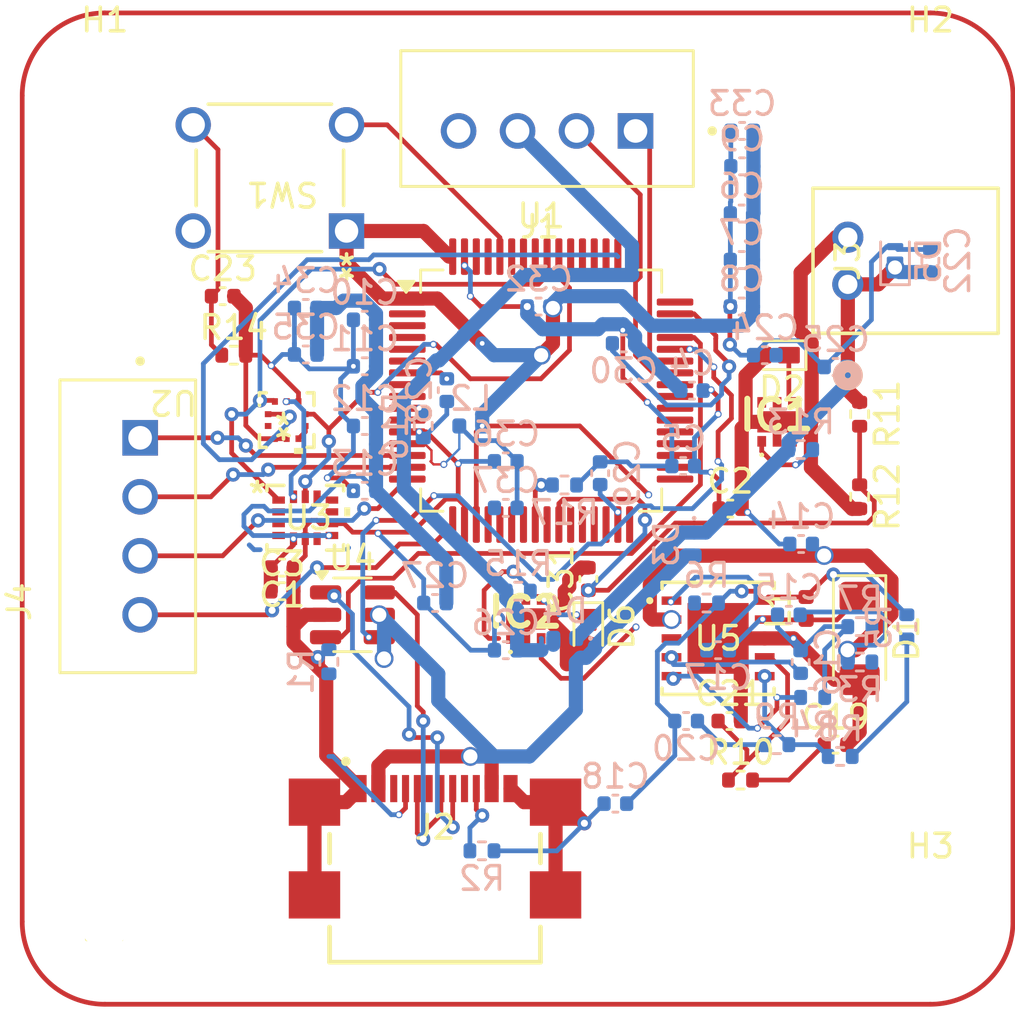
<source format=kicad_pcb>
(kicad_pcb (version 20240108) (generator "pcbnew") (generator_version "8.0")
  (title_block (title "FC Spectre MAKER") (company "ENSEA"))
  (layers (0 "F.Cu" signal) (1 "In1.Cu" power) (2 "In2.Cu" power) (31 "B.Cu" signal) (34 "B.Paste" user) (35 "F.Paste" user) (36 "B.SilkS" user "B.Silkscreen") (37 "F.SilkS" user "F.Silkscreen") (38 "B.Mask" user) (39 "F.Mask" user) (44 "Edge.Cuts" user))
  (net 0 "")
  (net 1 "GND")
  (net 2 "+3.3V P")
  (net 3 "+3.3V MCU")
  (net 4 "+7.4V")
  (net 5 "Net-(U5-SS_TR)")
  (net 6 "Net-(U5-BOOT)")
  (net 7 "Net-(D1-K)")
  (net 8 "Net-(U5-PWRGD)")
  (net 9 "Net-(C19-Pad1)")
  (net 10 "Net-(U5-COMP)")
  (net 11 "Net-(C23-Pad1)")
  (net 12 "+3.3V A")
  (net 13 "+5V MCU")
  (net 14 "+5V")
  (net 15 "Net-(U1-NRST)")
  (net 16 "Net-(U1-VCAP_1)")
  (net 17 "Net-(U1-VCAP_2)")
  (net 18 "ADC_BAT")
  (net 19 "+3.3V MCU A")
  (net 20 "V_USB")
  (net 23 "Net-(IC1-EN)")
  (net 24 "Net-(IC2-EN)")
  (net 27 "RX_Rad")
  (net 28 "TX_Rad")
  (net 29 "Net-(J2-CC2)")
  (net 30 "D+")
  (net 31 "Net-(J2-CC1)")
  (net 33 "D-")
  (net 35 "Net-(U5-EN)")
  (net 36 "Net-(U5-RT_CLK)")
  (net 37 "Net-(R5-Pad2)")
  (net 38 "Net-(U5-FB)")
  (net 39 "INT_IMU")
  (net 40 "INTB")
  (net 41 "BOOT")
  (net 46 "SCK")
  (net 49 "USB_DP")
  (net 59 "USB_DM")
  (net 65 "CS_IMU")
  (net 66 "SDO")
  (net 69 "SDI")
  (net 74 "CSB")
  (net 90 "M2")
  (net 91 "M1")
  (net 92 "M4")
  (net 93 "M3")
  (footprint "Package_TO_SOT_SMD:SOT-23-6" (layer "F.Cu") (at 110.5 82)
    (property "Reference" "U4")
    (property "Value" "USBLC6-2SC6")
  )
  (footprint "Diode_SMD:Nexperia_DSN1608-2_1.6x0.8mm" (layer "F.Cu") (at 128.715 71 180)
    (property "Reference" "D2")
    (property "Value" "PTVS5V0Z1USK")
  )
  (footprint "maker:GCT_USB4110GFA" (layer "F.Cu") (at 114 90.4375)
    (property "Reference" "J2")
    (property "Value" "USB4110GFA")
  )
  (footprint "Capacitor_SMD:C_0402_1005Metric" (layer "F.Cu") (at 107.52 80 180)
    (property "Reference" "C1")
    (property "Value" "100 nF")
  )
  (footprint "Resistor_SMD:R_0402_1005Metric" (layer "F.Cu") (at 126.95 89)
    (property "Reference" "R10")
    (property "Value" "13k")
  )
  (footprint "maker:AP2301SN7" (layer "F.Cu") (at 117.85 82.175)
    (property "Reference" "IC2")
    (property "Value" "AP7365-33SNG-7" (hide yes))
  )
  (footprint "maker:BMP390" (layer "F.Cu") (at 107.7126 73.75 180)
    (property "Reference" "U2")
    (property "Value" "BMP390")
  )
  (footprint "MountingHole:MountingHole_2.2mm_M2" (layer "F.Cu") (at 100 60)
    (property "Reference" "H1")
    (property "Value" "MountingHole_Pad_MP" (hide yes))
  )
  (footprint "Resistor_SMD:R_0402_1005Metric" (layer "F.Cu") (at 132 73.5 -90)
    (property "Reference" "R11")
    (property "Value" "10k")
  )
  (footprint "maker:SW4_1825910-B_TEC" (layer "F.Cu") (at 103.75 61.2394 180)
    (property "Reference" "SW1")
    (property "Value" "1825910-6")
  )
  (footprint "Capacitor_SMD:C_0402_1005Metric" (layer "F.Cu") (at 107.52 81)
    (property "Reference" "C3")
    (property "Value" "10 nF")
  )
  (footprint "Resistor_SMD:R_0402_1005Metric" (layer "F.Cu") (at 105.47 71)
    (property "Reference" "R14")
    (property "Value" "10k")
  )
  (footprint "Capacitor_SMD:C_0402_1005Metric" (layer "F.Cu") (at 126.48 86.5)
    (property "Reference" "C21")
    (property "Value" "39pF")
  )
  (footprint "MountingHole:MountingHole_2.2mm_M2" (layer "F.Cu") (at 100 95)
    (property "Reference" "H4")
    (property "Value" "MountingHole_Pad_MP" (hide yes))
  )
  (footprint "Package_QFP:LQFP-64_10x10mm_P0.5mm" (layer "F.Cu") (at 118.5 72.5)
    (property "Reference" "U1")
    (property "Value" "STM32F405RGTx")
  )
  (footprint "MountingHole:MountingHole_2.2mm_M2" (layer "F.Cu") (at 135 60)
    (property "Reference" "H2")
    (property "Value" "MountingHole_Pad_MP" (hide yes))
  )
  (footprint "Capacitor_SMD:C_0402_1005Metric" (layer "F.Cu") (at 120.5 80.48 90)
    (property "Reference" "C31")
    (property "Value" "5p")
  )
  (footprint "maker:CONN_S2B-PH-K-S_JST" (layer "F.Cu") (at 131.5 68.000001 90)
    (property "Reference" "J3")
    (property "Value" "S2B-PH-K-SLFSN")
  )
  (footprint "maker:JST_B4B-XH-A" (layer "F.Cu") (at 118.75 60.975)
    (property "Reference" "J1")
    (property "Value" "B4B-XH-A")
  )
  (footprint "Capacitor_SMD:C_0402_1005Metric" (layer "F.Cu") (at 105 68.5)
    (property "Reference" "C23")
    (property "Value" "10u")
  )
  (footprint "maker:JST_B4B-XH-A" (layer "F.Cu") (at 100.975 78.25 90)
    (property "Reference" "J4")
    (property "Value" "B4B-XH-A")
  )
  (footprint "maker:AP2301SN7" (layer "F.Cu") (at 128.5 73.825)
    (property "Reference" "IC1")
    (property "Value" "AP7365-33SNG-7" (hide yes))
  )
  (footprint "Diode_SMD:D_MiniMELF" (layer "F.Cu") (at 132 83 -90)
    (property "Reference" "D1")
    (property "Value" "BZV55B5V6")
  )
  (footprint "maker:LGA14_2P5X3X0P91_TDK" (layer "F.Cu") (at 108.500001 77.889)
    (property "Reference" "U3")
    (property "Value" "ICM-42688-P")
  )
  (footprint "Resistor_SMD:R_0402_1005Metric" (layer "F.Cu") (at 132 77 -90)
    (property "Reference" "R12")
    (property "Value" "4.5k")
  )
  (footprint "Diode_SMD:Nexperia_DSN1608-2_1.6x0.8mm" (layer "F.Cu") (at 120.5 82.5 -90)
    (property "Reference" "D6")
    (property "Value" "PTVS5V0Z1USK")
  )
  (footprint "MountingHole:MountingHole_2.2mm_M2" (layer "F.Cu") (at 135 95)
    (property "Reference" "H3")
    (property "Value" "MountingHole_Pad_MP" (hide yes))
  )
  (footprint "Capacitor_SMD:C_0402_1005Metric" (layer "F.Cu") (at 126.52 77.5)
    (property "Reference" "C2")
    (property "Value" "100 nF")
  )
  (footprint "maker:DPR0010A_TEX" (layer "F.Cu") (at 126 83)
    (property "Reference" "U5")
    (property "Value" "TPS54361DPRR")
  )
  (footprint "Capacitor_SMD:C_0402_1005Metric" (layer "F.Cu") (at 130.98 87.5)
    (property "Reference" "C19")
    (property "Value" "6.8u")
  )
  (footprint "Inductor_SMD:L_0402_1005Metric" (layer "F.Cu") (at 129.730992 81.730992 90)
    (property "Reference" "L1")
    (property "Value" "8.2u")
  )
  (footprint "Capacitor_SMD:C_0402_1005Metric" (layer "B.Cu") (at 127.98 71 180)
    (property "Reference" "C24")
    (property "Value" "1u")
  )
  (footprint "Capacitor_SMD:C_0402_1005Metric" (layer "B.Cu") (at 124.645476 86.5)
    (property "Reference" "C20")
    (property "Value" "47u")
  )
  (footprint "Capacitor_SMD:C_0402_1005Metric" (layer "B.Cu") (at 124.89 72.5 180)
    (property "Reference" "C4")
    (property "Value" "0.1 uF")
  )
  (footprint "Resistor_SMD:R_0402_1005Metric" (layer "B.Cu") (at 130.01 85.5)
    (property "Reference" "R4")
    (property "Value" "R")
  )
  (footprint "Capacitor_SMD:C_0402_1005Metric" (layer "B.Cu") (at 111.02 71.47 180)
    (property "Reference" "C11")
    (property "Value" "100n")
  )
  (footprint "Diode_SMD:D_0402_1005Metric" (layer "B.Cu") (at 124.985 79 -90)
    (property "Reference" "D3")
    (property "Value" "D")
  )
  (footprint "Capacitor_SMD:C_0402_1005Metric" (layer "B.Cu") (at 108.52 70.97 180)
    (property "Reference" "C35")
    (property "Value" "100n")
  )
  (footprint "Capacitor_SMD:C_0402_1005Metric" (layer "B.Cu") (at 118.39 68.94 180)
    (property "Reference" "C32")
    (property "Value" "100n")
  )
  (footprint "Capacitor_SMD:C_0402_1005Metric" (layer "B.Cu") (at 117 83.5 180)
    (property "Reference" "C26")
    (property "Value" "1u")
  )
  (footprint "Capacitor_SMD:C_0402_1005Metric" (layer "B.Cu") (at 129.52 79 180)
    (property "Reference" "C14")
    (property "Value" "2.2u")
  )
  (footprint "Resistor_SMD:R_0402_1005Metric" (layer "B.Cu") (at 129.5 75 180)
    (property "Reference" "R13")
    (property "Value" "10k")
  )
  (footprint "Capacitor_SMD:C_0402_1005Metric" (layer "B.Cu") (at 117 77.47 180)
    (property "Reference" "C37")
    (property "Value" "10n")
  )
  (footprint "Capacitor_SMD:C_0402_1005Metric" (layer "B.Cu") (at 111.02 74 180)
    (property "Reference" "C12")
    (property "Value" "100n")
  )
  (footprint "Capacitor_SMD:C_0402_1005Metric" (layer "B.Cu") (at 130.98 71.5 180)
    (property "Reference" "C25")
    (property "Value" "1u")
  )
  (footprint "Resistor_SMD:R_0402_1005Metric" (layer "B.Cu") (at 134 82.51 -90)
    (property "Reference" "R5")
    (property "Value" "49.9")
  )
  (footprint "Resistor_SMD:R_0402_1005Metric" (layer "B.Cu") (at 125.51 81.5 180)
    (property "Reference" "R6")
    (property "Value" "1k")
  )
  (footprint "Capacitor_SMD:C_0402_1005Metric" (layer "B.Cu") (at 127.02 61.5 180)
    (property "Reference" "C33")
    (property "Value" "100n")
  )
  (footprint "Capacitor_SMD:C_0402_1005Metric" (layer "B.Cu") (at 122 70.5)
    (property "Reference" "C30")
    (property "Value" "2.2u")
  )
  (footprint "Capacitor_SMD:C_0402_1005Metric" (layer "B.Cu") (at 121 76 90)
    (property "Reference" "C29")
    (property "Value" "2.2u")
  )
  (footprint "Capacitor_SMD:C_0402_1005Metric" (layer "B.Cu") (at 127 66.97 180)
    (property "Reference" "C7")
    (property "Value" "100n")
  )
  (footprint "Capacitor_SMD:C_0402_1005Metric" (layer "B.Cu") (at 121.645476 90 180)
    (property "Reference" "C18")
    (property "Value" "47u")
  )
  (footprint "Capacitor_SMD:C_0402_1005Metric" (layer "B.Cu") (at 135 67 90)
    (property "Reference" "C22")
    (property "Value" "10n")
  )
  (footprint "Capacitor_SMD:C_0402_1005Metric" (layer "B.Cu") (at 114.5 72.48 -90)
    (property "Reference" "C28")
    (property "Value" "0.1u")
  )
  (footprint "Resistor_SMD:R_0402_1005Metric" (layer "B.Cu") (at 113.5 74 -90)
    (property "Reference" "R16")
    (property "Value" "10k")
  )
  (footprint "Capacitor_SMD:C_0402_1005Metric" (layer "B.Cu") (at 108.52 69 180)
    (property "Reference" "C34")
    (property "Value" "100n")
  )
  (footprint "Capacitor_SMD:C_0402_1005Metric" (layer "B.Cu") (at 127 65 180)
    (property "Reference" "C6")
    (property "Value" "4.7u")
  )
  (footprint "Resistor_SMD:R_0402_1005Metric" (layer "B.Cu") (at 131.175476 88 180)
    (property "Reference" "R8")
    (property "Value" "53.6k")
  )
  (footprint "Resistor_SMD:R_0402_1005Metric" (layer "B.Cu") (at 119.49 76.5)
    (property "Reference" "R17")
    (property "Value" "10k")
  )
  (footprint "Capacitor_SMD:C_0402_1005Metric" (layer "B.Cu") (at 117 75.5 180)
    (property "Reference" "C36")
    (property "Value" "1u")
  )
  (footprint "Resistor_SMD:R_0402_1005Metric" (layer "B.Cu") (at 115.99 92)
    (property "Reference" "R2")
    (property "Value" "5.1k")
  )
  (footprint "Resistor_SMD:R_0402_1005Metric" (layer "B.Cu") (at 132.01 84)
    (property "Reference" "R3")
    (property "Value" "R")
  )
  (footprint "Inductor_SMD:L_0402_1005Metric" (layer "B.Cu") (at 115.515 74 180)
    (property "Reference" "L2")
    (property "Value" "39n")
  )
  (footprint "Capacitor_SMD:C_0402_1005Metric" (layer "B.Cu") (at 126 83.5)
    (property "Reference" "C17")
    (property "Value" "0.1u")
  )
  (footprint "Capacitor_SMD:C_0402_1005Metric" (layer "B.Cu") (at 111.02 76.745 180)
    (property "Reference" "C13")
    (property "Value" "100n")
  )
  (footprint "Capacitor_SMD:C_0402_1005Metric" (layer "B.Cu") (at 127 68.94 180)
    (property "Reference" "C8")
    (property "Value" "100n")
  )
  (footprint "Resistor_SMD:R_0402_1005Metric" (layer "B.Cu") (at 109.5 83.99 -90)
    (property "Reference" "R1")
    (property "Value" "5.1k")
  )
  (footprint "Resistor_SMD:R_0402_1005Metric" (layer "B.Cu") (at 132.01 82.5 180)
    (property "Reference" "R7")
    (property "Value" "R")
  )
  (footprint "Capacitor_SMD:C_0402_1005Metric" (layer "B.Cu") (at 111.02 69.5 180)
    (property "Reference" "C10")
    (property "Value" "4.7u")
  )
  (footprint "Capacitor_SMD:C_0402_1005Metric" (layer "B.Cu") (at 114 81.5 180)
    (property "Reference" "C27")
    (property "Value" "1u")
  )
  (footprint "Capacitor_SMD:C_0402_1005Metric" (layer "B.Cu") (at 129 82 180)
    (property "Reference" "C15")
    (property "Value" "2.2u")
  )
  (footprint "Diode_SMD:D_0402_1005Metric" (layer "B.Cu") (at 119.5 83 180)
    (property "Reference" "D4")
    (property "Value" "D")
  )
  (footprint "Capacitor_SMD:C_0402_1005Metric" (layer "B.Cu") (at 127.02 63 180)
    (property "Reference" "C9")
    (property "Value" "100n")
  )
  (footprint "Diode_SMD:Nexperia_DSN1608-2_1.6x0.8mm" (layer "B.Cu") (at 133.5 67 90)
    (property "Reference" "D5")
    (property "Value" "PTVS10VZ1USK")
  )
  (footprint "Resistor_SMD:R_0402_1005Metric" (layer "B.Cu") (at 128.49 87.5 180)
    (property "Reference" "R9")
    (property "Value" "10.2k")
  )
  (footprint "Capacitor_SMD:C_0402_1005Metric" (layer "B.Cu") (at 129.5 84 90)
    (property "Reference" "C16")
    (property "Value" "0.01u")
  )
  (footprint "Resistor_SMD:R_0402_1005Metric" (layer "B.Cu") (at 117.53 81 180)
    (property "Reference" "R15")
    (property "Value" "10k")
  )
  (footprint "Capacitor_SMD:C_0402_1005Metric" (layer "B.Cu") (at 124.52 75.695 180)
    (property "Reference" "C5")
    (property "Value" "2.2 uF")
  )
  (gr_line (start 100 98.5) (end 135 98.5) (stroke (width 0.2)) (layer "F.Cu"))
  (gr_line (start 96.5 95) (end 96.5 60) (stroke (width 0.2)) (layer "F.Cu"))
  (gr_line (start 138.5 95) (end 138.5 60) (stroke (width 0.2)) (layer "F.Cu"))
  (gr_arc (start 96.5 60) (mid 97.525126 57.525126) (end 100 56.5) (stroke (width 0.2)) (layer "F.Cu"))
  (gr_arc (start 100 98.5) (mid 97.525126 97.474874) (end 96.5 95) (stroke (width 0.2)) (layer "F.Cu"))
  (gr_line (start 100 56.5) (end 135 56.5) (stroke (width 0.2)) (layer "F.Cu"))
  (gr_arc (start 138.5 95) (mid 137.474874 97.474874) (end 135 98.5) (stroke (width 0.2)) (layer "F.Cu"))
  (gr_arc (start 135 56.5) (mid 137.474874 57.525126) (end 138.5 60) (stroke (width 0.2)) (layer "F.Cu"))
  (segment (start 108 83.173394) (end 108 82.5) (width 0.6) (layer "F.Cu") (net 1))
  (segment (start 109 78) (end 108.7589 78) (width 0.2) (layer "F.Cu") (net 1))
  (segment (start 129.965 70.484748) (end 129.965 73.795) (width 0.6) (layer "F.Cu") (net 1))
  (segment (start 131 66) (end 129.5 67.5) (width 0.6) (layer "F.Cu") (net 1))
  (segment (start 128.5 73.825) (end 127.265 73.825) (width 0.6) (layer "F.Cu") (net 1))
  (segment (start 131.5 66) (end 131 66) (width 0.6) (layer "F.Cu") (net 1))
  (segment (start 114.44559 77.1) (end 114.98241 77.1) (width 0.2) (layer "F.Cu") (net 1))
  (segment (start 109.139 78.139) (end 109 78) (width 0.2) (layer "F.Cu") (net 1))
  (segment (start 108.500001 78.258899) (end 108.500001 78.778) (width 0.2) (layer "F.Cu") (net 1))
  (segment (start 127 74.09) (end 127.265 73.825) (width 0.6) (layer "F.Cu") (net 1))
  (segment (start 129.5 70.019748) (end 129.965 70.484748) (width 0.6) (layer "F.Cu") (net 1))
  (segment (start 108.5 82) (end 109.3625 82) (width 0.6) (layer "F.Cu") (net 1))
  (segment (start 131.680001 77.51) (end 132 77.51) (width 0.6) (layer "F.Cu") (net 1))
  (segment (start 123 73) (end 121.96002 71.96002) (width 0.2) (layer "F.Cu") (net 1))
  (segment (start 119.11 89.9375) (end 117.775 89.9375) (width 0.6) (layer "F.Cu") (net 1))
  (segment (start 107.212601 74.5374) (end 106.5374 74.5374) (width 0.2) (layer "F.Cu") (net 1))
  (segment (start 109.630301 78.139) (end 109.139 78.139) (width 0.2) (layer "F.Cu") (net 1))
  (segment (start 129.194402 83) (end 127.975 83) (width 0.6) (layer "F.Cu") (net 1))
  (segment (start 132 84.75) (end 132 86.96) (width 0.6) (layer "F.Cu") (net 1))
  (segment (start 105.98 73.98) (end 105.98 71) (width 0.2) (layer "F.Cu") (net 1))
  (segment (start 127.165 73.725) (end 127.165 71.87) (width 0.6) (layer "F.Cu") (net 1))
  (segment (start 106.5374 74.5374) (end 105.98 73.98) (width 0.2) (layer "F.Cu") (net 1))
  (segment (start 120.190001 80) (end 120.5 80) (width 0.6) (layer "F.Cu") (net 1))
  (segment (start 129.935 73.825) (end 128.5 73.825) (width 0.6) (layer "F.Cu") (net 1))
  (segment (start 109.389106 84.5625) (end 108 83.173394) (width 0.6) (layer "F.Cu") (net 1))
  (segment (start 129.5 67.5) (end 129.5 70.019748) (width 0.6) (layer "F.Cu") (net 1))
  (segment (start 108.7589 78) (end 108.500001 78.258899) (width 0.2) (layer "F.Cu") (net 1))
  (segment (start 126.5 70.55) (end 126.5 68.96) (width 0.2) (layer "F.Cu") (net 1))
  (segment (start 115.25 77.36759) (end 115.25 78.175) (width 0.2) (layer "F.Cu") (net 1))
  (segment (start 119.59 82.98) (end 118.785 82.175) (width 0.6) (layer "F.Cu") (net 1))
  (segment (start 119.69 80.81) (end 119.69 80.500001) (width 0.6) (layer "F.Cu") (net 1))
  (segment (start 119.59 84.09) (end 120.5 83.18) (width 0.6) (layer "F.Cu") (net 1))
  (segment (start 108 81) (end 108 80) (width 0.6) (layer "F.Cu") (net 1))
  (segment (start 114.98241 75.6) (end 113.63241 74.25) (width 0.2) (layer "F.Cu") (net 1))
  (segment (start 108 82.5) (end 108.5 82) (width 0.6) (layer "F.Cu") (net 1))
  (segment (start 110.8 89.3625) (end 109.5 88.0625) (width 0.6) (layer "F.Cu") (net 1))
  (segment (start 109.389106 87.951606) (end 109.5 88.0625) (width 0.6) (layer "F.Cu") (net 1))
  (segment (start 127.165 71.87) (end 128.035 71) (width 0.6) (layer "F.Cu") (net 1))
  (segment (start 126 83) (end 126.96 83.96) (width 0.6) (layer "F.Cu") (net 1))
  (segment (start 132 84.75) (end 130.944402 84.75) (width 0.6) (layer "F.Cu") (net 1))
  (segment (start 119.11 89.9375) (end 119.4375 89.9375) (width 0.6) (layer "F.Cu") (net 1))
  (segment (start 109.5 88.0625) (end 109.389106 88.0625) (width 0.2) (layer "F.Cu") (net 1))
  (segment (start 108.89 89.9375) (end 108.89 93.8675) (width 0.6) (layer "F.Cu") (net 1))
  (segment (start 108.500001 78.778) (end 108.500001 79.499999) (width 0.2) (layer "F.Cu") (net 1))
  (segment (start 119.5 81.46) (end 119.5 81) (width 0.6) (layer "F.Cu") (net 1))
  (segment (start 126.96 83.96) (end 126.96 86.5) (width 0.6) (layer "F.Cu") (net 1))
  (segment (start 109.389106 84.5625) (end 109.033871 84.207265) (width 0.6) (layer "F.Cu") (net 1))
  (segment (start 108.212599 72.9626) (end 108.212599 72.595899) (width 0.2) (layer "F.Cu") (net 1))
  (segment (start 107.05835 71.44165) (end 106.6167 71) (width 0.2) (layer "F.Cu") (net 1))
  (segment (start 119.11 89.9375) (end 119.11 93.8675) (width 0.6) (layer "F.Cu") (net 1))
  (segment (start 109.995 76.2) (end 110.54 76.745) (width 0.2) (layer "F.Cu") (net 1))
  (segment (start 110.225 89.9375) (end 110.8 89.3625) (width 0.6) (layer "F.Cu") (net 1))
  (segment (start 119.5 81) (end 119.69 80.81) (width 0.6) (layer "F.Cu") (net 1))
  (segment (start 118.785 82.175) (end 119.5 81.46) (width 0.6) (layer "F.Cu") (net 1))
  (segment (start 121.96002 71.96002) (end 121.96002 69.941201) (width 0.2) (layer "F.Cu") (net 1))
  (segment (start 105.48 68.5) (end 105.98 69) (width 0.6) (layer "F.Cu") (net 1))
  (segment (start 110.1494 78.139) (end 110.5104 78.5) (width 0.2) (layer "F.Cu") (net 1))
  (segment (start 126.5 68.96) (end 126.52 68.94) (width 0.2) (layer "F.Cu") (net 1))
  (segment (start 107.7126 74.5374) (end 107.212601 74.5374) (width 0.2) (layer "F.Cu") (net 1))
  (segment (start 119.59 84.09) (end 119.59 82.98) (width 0.6) (layer "F.Cu") (net 1))
  (segment (start 114.98241 77.1) (end 115.25 77.36759) (width 0.2) (layer "F.Cu") (net 1))
  (segment (start 129.935 73.825) (end 129.935 75.764999) (width 0.6) (layer "F.Cu") (net 1))
  (segment (start 108.500001 79.499999) (end 108 80) (width 0.2) (layer "F.Cu") (net 1))
  (segment (start 129.965 73.795) (end 129.935 73.825) (width 0.6) (layer "F.Cu") (net 1))
  (segment (start 109.630301 78.139) (end 110.1494 78.139) (width 0.2) (layer "F.Cu") (net 1))
  (segment (start 105.98 69) (end 105.98 71) (width 0.6) (layer "F.Cu") (net 1))
  (segment (start 114.98241 77.1) (end 114.98241 75.6) (width 0.2) (layer "F.Cu") (net 1))
  (segment (start 106.6167 71) (end 105.98 71) (width 0.2) (layer "F.Cu") (net 1))
  (segment (start 108.89 89.9375) (end 110.225 89.9375) (width 0.6) (layer "F.Cu") (net 1))
  (segment (start 132 86.96) (end 131.46 87.5) (width 0.6) (layer "F.Cu") (net 1))
  (segment (start 127.265 73.825) (end 127.165 73.725) (width 0.6) (layer "F.Cu") (net 1))
  (segment (start 119.69 80.500001) (end 120.190001 80) (width 0.6) (layer "F.Cu") (net 1))
  (segment (start 119.4375 89.9375) (end 120.332738 90.832738) (width 0.6) (layer "F.Cu") (net 1))
  (segment (start 109.389106 84.5625) (end 109.389106 87.951606) (width 0.6) (layer "F.Cu") (net 1))
  (segment (start 109.438604 76.2) (end 109.995 76.2) (width 0.2) (layer "F.Cu") (net 1))
  (segment (start 127.975 83) (end 126 83) (width 0.6) (layer "F.Cu") (net 1))
  (segment (start 118.785 82.175) (end 117.35 82.175) (width 0.6) (layer "F.Cu") (net 1))
  (segment (start 117.91 68.94) (end 115.94 68.94) (width 0.2) (layer "F.Cu") (net 1))
  (segment (start 127 77.5) (end 127 74.09) (width 0.6) (layer "F.Cu") (net 1))
  (segment (start 117.775 89.9375) (end 117.2 89.3625) (width 0.6) (layer "F.Cu") (net 1))
  (segment (start 108 82.5) (end 108 81) (width 0.6) (layer "F.Cu") (net 1))
  (segment (start 110.5104 78.5) (end 113.04559 78.5) (width 0.2) (layer "F.Cu") (net 1))
  (segment (start 109.033871 84.207265) (end 109.033871 83.793075) (width 0.6) (layer "F.Cu") (net 1))
  (segment (start 115.94 68.94) (end 115.5 68.5) (width 0.2) (layer "F.Cu") (net 1))
  (segment (start 113.63241 74.25) (end 112.825 74.25) (width 0.2) (layer "F.Cu") (net 1))
  (segment (start 113.04559 78.5) (end 114.44559 77.1) (width 0.2) (layer "F.Cu") (net 1))
  (segment (start 130.944402 84.75) (end 129.194402 83) (width 0.6) (layer "F.Cu") (net 1))
  (segment (start 108.212599 72.595899) (end 107.05835 71.44165) (width 0.2) (layer "F.Cu") (net 1))
  (segment (start 129.935 75.764999) (end 131.680001 77.51) (width 0.6) (layer "F.Cu") (net 1))
  (via (at 121.96002 69.941201) (size 0.3) (drill 0.2) (layers "F.Cu" "B.Cu") (net 1))
  (via (at 120.332738 90.832738) (size 0.6) (drill 0.3) (layers "F.Cu" "B.Cu") (net 1))
  (via (at 127.249238 77.660001) (size 0.3) (drill 0.2) (layers "F.Cu" "B.Cu") (net 1))
  (via (at 110.54 76.745) (size 0.3) (drill 0.2) (layers "F.Cu" "B.Cu") (net 1))
  (via (at 107.05835 71.44165) (size 0.3) (drill 0.2) (layers "F.Cu" "B.Cu") (net 1))
  (via (at 110.54 71.47) (size 0.3) (drill 0.2) (layers "F.Cu" "B.Cu") (net 1))
  (via (at 115.5 68.5) (size 0.3) (drill 0.2) (layers "F.Cu" "B.Cu") (net 1))
  (via (at 123 73) (size 0.3) (drill 0.2) (layers "F.Cu" "B.Cu") (net 1))
  (via (at 115.25 67.203664) (size 0.3) (drill 0.2) (layers "F.Cu" "B.Cu") (net 1))
  (via (at 114.98241 75.6) (size 0.3) (drill 0.2) (layers "F.Cu" "B.Cu") (net 1))
  (via (at 126.5 70.55) (size 0.6) (drill 0.3) (layers "F.Cu" "B.Cu") (net 1))
  (via (at 109.033871 83.793075) (size 0.6) (drill 0.3) (layers "F.Cu" "B.Cu") (net 1))
  (via (at 129.194402 83) (size 0.3) (drill 0.2) (layers "F.Cu" "B.Cu") (net 1))
  (via (at 117.91 68.94) (size 0.6) (drill 0.3) (layers "F.Cu" "B.Cu") (net 1))
  (via (at 126.52 68.94) (size 0.6) (drill 0.3) (layers "F.Cu" "B.Cu") (net 1))
  (via (at 116.68 82.175) (size 0.6) (drill 0.3) (layers "F.Cu" "B.Cu") (net 1))
  (via (at 111.586395 78.55) (size 0.3) (drill 0.2) (layers "F.Cu" "B.Cu") (net 1))
  (via (at 113.33 74.25) (size 0.3) (drill 0.2) (layers "F.Cu" "B.Cu") (net 1))
  (via (at 109.438604 76.2) (size 0.3) (drill 0.2) (layers "F.Cu" "B.Cu") (net 1))
  (segment (start 108.04 70.97) (end 107.53 70.97) (width 0.2) (layer "B.Cu") (net 1))
  (segment (start 110 72.01) (end 110.54 71.47) (width 0.2) (layer "B.Cu") (net 1))
  (segment (start 116.52 82.335) (end 116.68 82.175) (width 0.2) (layer "B.Cu") (net 1))
  (segment (start 120.900512 69.900512) (end 121.111024 69.69) (width 0.6) (layer "B.Cu") (net 1))
  (segment (start 127.5 71) (end 126.95 71) (width 0.2) (layer "B.Cu") (net 1))
  (segment (start 108.04 70.946134) (end 108.673866 71.58) (width 0.2) (layer "B.Cu") (net 1))
  (segment (start 128.52 82.54) (end 129.5 83.52) (width 0.2) (layer "B.Cu") (net 1))
  (segment (start 128.589237 79) (end 127.249238 77.660001) (width 0.2) (layer "B.Cu") (net 1))
  (segment (start 129.5 83.305598) (end 129.194402 83) (width 0.2) (layer "B.Cu") (net 1))
  (segment (start 107.53 70.97) (end 107.05835 71.44165) (width 0.2) (layer "B.Cu") (net 1))
  (segment (start 122.48 70.5) (end 122.48 70.57) (width 0.6) (layer "B.Cu") (net 1))
  (segment (start 110 73.46) (end 110 72.01) (width 0.2) (layer "B.Cu") (net 1))
  (segment (start 118.560513 69.900512) (end 120.900512 69.900512) (width 0.6) (layer "B.Cu") (net 1))
  (segment (start 126.52 65) (end 126.52 64.52) (width 0.2) (layer "B.Cu") (net 1))
  (segment (start 130.52 85.5) (end 130.52 83.48) (width 0.2) (layer "B.Cu") (net 1))
  (segment (start 128.52 82) (end 128.52 82.54) (width 0.2) (layer "B.Cu") (net 1))
  (segment (start 108.04 69) (end 108.04 70.5) (width 0.2) (layer "B.Cu") (net 1))
  (segment (start 121.979999 69.69) (end 122.48 70.190001) (width 0.6) (layer "B.Cu") (net 1))
  (segment (start 116.52 83.5) (end 116.52 82.335) (width 0.2) (layer "B.Cu") (net 1))
  (segment (start 129.5 83.52) (end 129.5 83.305598) (width 0.2) (layer "B.Cu") (net 1))
  (segment (start 114.5 73.51) (end 113.5 74.51) (width 0.2) (layer "B.Cu") (net 1))
  (segment (start 115.5 67.453664) (end 115.25 67.203664) (width 0.2) (layer "B.Cu") (net 1))
  (segment (start 119.165476 92) (end 120.332738 90.832738) (width 0.2) (layer "B.Cu") (net 1))
  (segment (start 113.52 81.5) (end 113.52 80.483605) (width 0.2) (layer "B.Cu") (net 1))
  (segment (start 115.5 68.5) (end 115.5 67.453664) (width 0.2) (layer "B.Cu") (net 1))
  (segment (start 122.15 75.52) (end 122.325 75.695) (width 0.2) (layer "B.Cu") (net 1))
  (segment (start 108.673866 71.58) (end 110.43 71.58) (width 0.2) (layer "B.Cu") (net 1))
  (segment (start 110.54 74) (end 110 73.46) (width 0.2) (layer "B.Cu") (net 1))
  (segment (start 110.54 69.5) (end 110.54 71.47) (width 0.2) (layer "B.Cu") (net 1))
  (segment (start 108.04 70.5) (end 108.04 70.946134) (width 0.2) (layer "B.Cu") (net 1))
  (segment (start 133.5 66.4) (end 133.150001 66.4) (width 0.2) (layer "B.Cu") (net 1))
  (segment (start 116.52 75.5) (end 115.08241 75.5) (width 0.2) (layer "B.Cu") (net 1))
  (segment (start 116.5 92) (end 119.165476 92) (width 0.2) (layer "B.Cu") (net 1))
  (segment (start 120.332738 90.832738) (end 121.165476 90) (width 0.2) (layer "B.Cu") (net 1))
  (segment (start 110.43 71.58) (end 110.54 71.47) (width 0.2) (layer "B.Cu") (net 1))
  (segment (start 124.04 75.695) (end 124.04 74.04) (width 0.2) (layer "B.Cu") (net 1))
  (segment (start 117.91 69.249999) (end 118.560513 69.900512) (width 0.6) (layer "B.Cu") (net 1))
  (segment (start 113.52 80.483605) (end 111.586395 78.55) (width 0.2) (layer "B.Cu") (net 1))
  (segment (start 126.95 71) (end 126.5 70.55) (width 0.2) (layer "B.Cu") (net 1))
  (segment (start 132.5 67.050001) (end 132.5 69.5) (width 0.2) (layer "B.Cu") (net 1))
  (segment (start 108.04 70.5) (end 108.04 70.97) (width 0.2) (layer "B.Cu") (net 1))
  (segment (start 113.5 74.51) (end 113.5 74.42) (width 0.2) (layer "B.Cu") (net 1))
  (segment (start 126.125476 87.5) (end 127.98 87.5) (width 0.2) (layer "B.Cu") (net 1))
  (segment (start 129.04 79) (end 128.589237 79) (width 0.2) (layer "B.Cu") (net 1))
  (segment (start 132.5 69.5) (end 130.5 71.5) (width 0.2) (layer "B.Cu") (net 1))
  (segment (start 130.52 83.48) (end 131.5 82.5) (width 0.2) (layer "B.Cu") (net 1))
  (segment (start 126.54 64.5) (end 126.54 61.5) (width 0.2) (layer "B.Cu") (net 1))
  (segment (start 122.48 70.190001) (end 122.48 70.5) (width 0.6) (layer "B.Cu") (net 1))
  (segment (start 133.62 66.52) (end 133.5 66.4) (width 0.2) (layer "B.Cu") (net 1))
  (segment (start 125.125476 86.5) (end 126.125476 87.5) (width 0.2) (layer "B.Cu") (net 1))
  (segment (start 126.52 66.97) (end 126.52 65) (width 0.2) (layer "B.Cu") (net 1))
  (segment (start 115.52 83.5) (end 116.52 83.5) (width 0.2) (layer "B.Cu") (net 1))
  (segment (start 109.438604 76.2) (end 110.54 75.098604) (width 0.2) (layer "B.Cu") (net 1))
  (segment (start 122.48 70.57) (end 124.41 72.5) (width 0.6) (layer "B.Cu") (net 1))
  (segment (start 117.91 68.94) (end 117.91 69.249999) (width 0.6) (layer "B.Cu") (net 1))
  (segment (start 122.325 75.695) (end 124.04 75.695) (width 0.2) (layer "B.Cu") (net 1))
  (segment (start 124.04 74.04) (end 123 73) (width 0.2) (layer "B.Cu") (net 1))
  (segment (start 135 66.52) (end 133.62 66.52) (width 0.2) (layer "B.Cu") (net 1))
  (segment (start 127.5 71) (end 128.11 70.39) (width 0.2) (layer "B.Cu") (net 1))
  (segment (start 120 76.5) (end 120.02 76.5) (width 0.2) (layer "B.Cu") (net 1))
  (segment (start 126.52 64.52) (end 126.54 64.5) (width 0.2) (layer "B.Cu") (net 1))
  (segment (start 115.08241 75.5) (end 114.98241 75.6) (width 0.2) (layer "B.Cu") (net 1))
  (segment (start 128.11 70.39) (end 129.39 70.39) (width 0.2) (layer "B.Cu") (net 1))
  (segment (start 121 75.52) (end 122.15 75.52) (width 0.2) (layer "B.Cu") (net 1))
  (segment (start 130.52 82.5) (end 129.5 83.52) (width 0.2) (layer "B.Cu") (net 1))
  (segment (start 110.54 75.098604) (end 110.54 74) (width 0.2) (layer "B.Cu") (net 1))
  (segment (start 121.111024 69.69) (end 121.979999 69.69) (width 0.6) (layer "B.Cu") (net 1))
  (segment (start 131.5 82.5) (end 130.52 82.5) (width 0.2) (layer "B.Cu") (net 1))
  (segment (start 113.52 81.5) (end 115.52 83.5) (width 0.2) (layer "B.Cu") (net 1))
  (segment (start 114.5 72.96) (end 114.5 73.51) (width 0.2) (layer "B.Cu") (net 1))
  (segment (start 113.5 74.42) (end 113.33 74.25) (width 0.2) (layer "B.Cu") (net 1))
  (segment (start 129.39 70.39) (end 130.5 71.5) (width 0.2) (layer "B.Cu") (net 1))
  (segment (start 120.02 76.5) (end 121 75.52) (width 0.2) (layer "B.Cu") (net 1))
  (segment (start 133.150001 66.4) (end 132.5 67.050001) (width 0.2) (layer "B.Cu") (net 1))
  (segment (start 126.52 66.97) (end 126.52 68.94) (width 0.2) (layer "B.Cu") (net 1))
  (segment (start 126.04 77.5) (end 126.04 76.296909) (width 0.2) (layer "F.Cu") (net 2))
  (segment (start 107.04 81) (end 107.04 80) (width 0.6) (layer "F.Cu") (net 2))
  (segment (start 126 73.5) (end 126 72.769738) (width 0.2) (layer "F.Cu") (net 2))
  (segment (start 108.5 74) (end 108.5 74.249999) (width 0.2) (layer "F.Cu") (net 2))
  (segment (start 120.215 82.215) (end 120 82) (width 0.2) (layer "F.Cu") (net 2))
  (segment (start 108.5 74.249999) (end 108.212599 74.5374) (width 0.2) (layer "F.Cu") (net 2))
  (segment (start 107.997599 78.778) (end 107.997599 79.042401) (width 0.2) (layer "F.Cu") (net 2))
  (segment (start 126.04 76.296909) (end 125.7 75.956909) (width 0.2) (layer "F.Cu") (net 2))
  (segment (start 107.997599 79.042401) (end 107.04 80) (width 0.2) (layer "F.Cu") (net 2))
  (segment (start 109.630301 78.639001) (end 109.504803 78.639001) (width 0.2) (layer "F.Cu") (net 2))
  (segment (start 109.504803 78.639001) (end 109.502402 78.641402) (width 0.2) (layer "F.Cu") (net 2))
  (segment (start 126 72.769738) (end 125.7 72.469738) (width 0.2) (layer "F.Cu") (net 2))
  (segment (start 120.5 82.215) (end 120.215 82.215) (width 0.2) (layer "F.Cu") (net 2))
  (via (at 125.7 72.469738) (size 0.3) (drill 0.2) (layers "F.Cu" "B.Cu") (net 2))
  (via (at 125.7 75.956909) (size 0.3) (drill 0.2) (layers "F.Cu" "B.Cu") (net 2))
  (via (at 126 73.5) (size 0.3) (drill 0.2) (layers "F.Cu" "B.Cu") (net 2))
  (via (at 120 82) (size 0.3) (drill 0.2) (layers "F.Cu" "B.Cu") (net 2))
  (via (at 109.502402 78.641402) (size 0.3) (drill 0.2) (layers "F.Cu" "B.Cu") (net 2))
  (via (at 107.997599 78.778) (size 0.3) (drill 0.2) (layers "F.Cu" "B.Cu") (net 2))
  (via (at 118.624101 81.374998) (size 0.3) (drill 0.2) (layers "F.Cu" "B.Cu") (net 2))
  (segment (start 106.748529 77.4) (end 106.948529 77.6) (width 0.2) (layer "B.Cu") (net 2))
  (segment (start 109.502402 78.641402) (end 108.134197 78.641402) (width 0.2) (layer "B.Cu") (net 2))
  (segment (start 125 74.5) (end 126 73.5) (width 0.2) (layer "B.Cu") (net 2))
  (segment (start 120 82) (end 119.249103 82) (width 0.2) (layer "B.Cu") (net 2))
  (segment (start 109.502402 78.641402) (end 106.292873 78.641402) (width 0.2) (layer "B.Cu") (net 2))
  (segment (start 111.5 69.5) (end 111.5 71.47) (width 0.6) (layer "B.Cu") (net 2))
  (segment (start 106.292873 78.641402) (end 105.9 78.248529) (width 0.2) (layer "B.Cu") (net 2))
  (segment (start 106.251471 77.4) (end 106.748529 77.4) (width 0.2) (layer "B.Cu") (net 2))
  (segment (start 109 70.97) (end 109 69) (width 0.6) (layer "B.Cu") (net 2))
  (segment (start 105.9 78.248529) (end 105.9 77.751471) (width 0.2) (layer "B.Cu") (net 2))
  (segment (start 110.131024 68.69) (end 110.948976 68.69) (width 0.6) (layer "B.Cu") (net 2))
  (segment (start 108.134197 78.641402) (end 107.997599 78.778) (width 0.2) (layer "B.Cu") (net 2))
  (segment (start 109.821024 69) (end 110.131024 68.69) (width 0.6) (layer "B.Cu") (net 2))
  (segment (start 125.261909 75.956909) (end 125 75.695) (width 0.2) (layer "B.Cu") (net 2))
  (segment (start 114.48 81.5) (end 114.48 79.725) (width 0.6) (layer "B.Cu") (net 2))
  (segment (start 111.5 71.47) (end 111.5 71.728976) (width 0.6) (layer "B.Cu") (net 2))
  (segment (start 110.89 76.135) (end 111.5 76.745) (width 0.2) (layer "B.Cu") (net 2))
  (segment (start 110.924108 72.304868) (end 110.924108 72.843347) (width 0.6) (layer "B.Cu") (net 2))
  (segment (start 110.14 76.135) (end 110.89 76.135) (width 0.2) (layer "B.Cu") (net 2))
  (segment (start 125 75.695) (end 125 74.5) (width 0.2) (layer "B.Cu") (net 2))
  (segment (start 111.5 69.241024) (end 111.5 69.5) (width 0.6) (layer "B.Cu") (net 2))
  (segment (start 114.48 79.725) (end 111.5 76.745) (width 0.6) (layer "B.Cu") (net 2))
  (segment (start 105.9 77.751471) (end 106.251471 77.4) (width 0.2) (layer "B.Cu") (net 2))
  (segment (start 108.675 77.6) (end 110.14 76.135) (width 0.2) (layer "B.Cu") (net 2))
  (segment (start 111.5 76.745) (end 111.5 74.775) (width 0.6) (layer "B.Cu") (net 2))
  (segment (start 125.7 75.956909) (end 125.5 75.956909) (width 0.2) (layer "B.Cu") (net 2))
  (segment (start 125.5 75.956909) (end 125.261909 75.956909) (width 0.2) (layer "B.Cu") (net 2))
  (segment (start 110.924108 72.843347) (end 111.5 73.419239) (width 0.6) (layer "B.Cu") (net 2))
  (segment (start 109 69) (end 109.821024 69) (width 0.6) (layer "B.Cu") (net 2))
  (segment (start 106.948529 77.6) (end 108.675 77.6) (width 0.2) (layer "B.Cu") (net 2))
  (segment (start 111.5 71.728976) (end 110.924108 72.304868) (width 0.6) (layer "B.Cu") (net 2))
  (segment (start 119.249103 82) (end 118.624101 81.374998) (width 0.2) (layer "B.Cu") (net 2))
  (segment (start 111.5 73.419239) (end 111.5 74.775) (width 0.6) (layer "B.Cu") (net 2))
  (segment (start 110.948976 68.69) (end 111.5 69.241024) (width 0.6) (layer "B.Cu") (net 2))
  (segment (start 114.1 68.6) (end 111.7613 68.6) (width 0.6) (layer "F.Cu") (net 3))
  (segment (start 118.5 71) (end 119 70.5) (width 0.6) (layer "F.Cu") (net 3))
  (segment (start 113.514401 65.739401) (end 114.6 66.825) (width 0.6) (layer "F.Cu") (net 3))
  (segment (start 116 74) (end 115.75 74.25) (width 0.2) (layer "F.Cu") (net 3))
  (segment (start 116 74) (end 120.136398 74) (width 0.2) (layer "F.Cu") (net 3))
  (segment (start 110.250001 65.739401) (end 113.514401 65.739401) (width 0.6) (layer "F.Cu") (net 3))
  (segment (start 119 70.5) (end 119 69) (width 0.6) (layer "F.Cu") (net 3))
  (segment (start 116 70.5) (end 114.1 68.6) (width 0.6) (layer "F.Cu") (net 3))
  (segment (start 110.250001 67.088701) (end 110.250001 65.739401) (width 0.6) (layer "F.Cu") (net 3))
  (segment (start 120.136398 74) (end 123.051639 76.915241) (width 0.2) (layer "F.Cu") (net 3))
  (segment (start 115.75 74.25) (end 115.75 78.175) (width 0.2) (layer "F.Cu") (net 3))
  (segment (start 111.7613 68.6) (end 110.250001 67.088701) (width 0.6) (layer "F.Cu") (net 3))
  (via (at 116 74) (size 0.3) (drill 0.2) (layers "F.Cu" "B.Cu") (net 3))
  (via (at 116 70.5) (size 0.3) (drill 0.2) (layers "F.Cu" "B.Cu") (net 3))
  (via (at 119 69) (size 0.8) (drill 0.6) (layers "F.Cu" "B.Cu") (net 3))
  (via (at 118.5 71) (size 0.8) (drill 0.6) (layers "F.Cu" "B.Cu") (net 3))
  (via (at 123.051639 76.915241) (size 0.3) (drill 0.2) (layers "F.Cu" "B.Cu") (net 3))
  (via (at 123.051639 76.915241) (size 0.3) (drill 0.2) (layers "F.Cu" "B.Cu") (net 3))
  (segment (start 127.48 69.249999) (end 126.979999 69.75) (width 0.6) (layer "B.Cu") (net 3))
  (segment (start 116.5 71) (end 116 70.5) (width 0.6) (layer "B.Cu") (net 3))
  (segment (start 127.48 68.94) (end 127.48 69.249999) (width 0.6) (layer "B.Cu") (net 3))
  (segment (start 116 73.5) (end 118.5 71) (width 0.6) (layer "B.Cu") (net 3))
  (segment (start 127.48 65) (end 127.48 66.97) (width 0.6) (layer "B.Cu") (net 3))
  (segment (start 127.5 64.98) (end 127.48 65) (width 0.6) (layer "B.Cu") (net 3))
  (segment (start 116 74) (end 116 73.5) (width 0.6) (layer "B.Cu") (net 3))
  (segment (start 126.979999 69.75) (end 123.17137 69.75) (width 0.6) (layer "B.Cu") (net 3))
  (segment (start 127.48 66.97) (end 127.48 68.94) (width 0.6) (layer "B.Cu") (net 3))
  (segment (start 119.31 68.5) (end 118.87 68.94) (width 0.6) (layer "B.Cu") (net 3))
  (segment (start 118.5 71) (end 116.5 71) (width 0.6) (layer "B.Cu") (net 3))
  (segment (start 127.5 63) (end 127.5 64.98) (width 0.6) (layer "B.Cu") (net 3))
  (segment (start 123.17137 69.75) (end 121.92137 68.5) (width 0.6) (layer "B.Cu") (net 3))
  (segment (start 121.92137 68.5) (end 119.31 68.5) (width 0.6) (layer "B.Cu") (net 3))
  (segment (start 127.5 61.5) (end 127.5 63) (width 0.6) (layer "B.Cu") (net 3))
  (segment (start 130.5 79.495369) (end 124.332732 79.495369) (width 0.6) (layer "F.Cu") (net 4))
  (segment (start 132.312957 79.495369) (end 130.5 79.495369) (width 0.6) (layer "F.Cu") (net 4))
  (segment (start 130.5 79.495369) (end 130.48567 79.495369) (width 0.6) (layer "F.Cu") (net 4))
  (segment (start 131.489949 83.500001) (end 131.817587 83.500001) (width 0.6) (layer "F.Cu") (net 4))
  (segment (start 131.817587 83.500001) (end 133.35 81.967588) (width 0.6) (layer "F.Cu") (net 4))
  (segment (start 133.35 81.967588) (end 133.35 80.532412) (width 0.6) (layer "F.Cu") (net 4))
  (segment (start 131.5 68.000001) (end 131.5 72.49) (width 0.6) (layer "F.Cu") (net 4))
  (segment (start 123.228101 82.200002) (end 124.025 82.200002) (width 0.6) (layer "F.Cu") (net 4))
  (segment (start 123.1059 82.077801) (end 123.228101 82.200002) (width 0.6) (layer "F.Cu") (net 4))
  (segment (start 123.1059 80.722201) (end 123.1059 82.077801) (width 0.6) (layer "F.Cu") (net 4))
  (segment (start 132.784999 68.000001) (end 133.5 67.285) (width 0.6) (layer "F.Cu") (net 4))
  (segment (start 131.5 68.000001) (end 132.784999 68.000001) (width 0.6) (layer "F.Cu") (net 4))
  (segment (start 133.35 80.532412) (end 132.312957 79.495369) (width 0.6) (layer "F.Cu") (net 4))
  (segment (start 124.332732 79.495369) (end 123.1059 80.722201) (width 0.6) (layer "F.Cu") (net 4))
  (segment (start 131.5 72.49) (end 132 72.99) (width 0.6) (layer "F.Cu") (net 4))
  (segment (start 130.48567 79.495369) (end 130.495317 79.485722) (width 0.6) (layer "F.Cu") (net 4))
  (via (at 124.025 82.200002) (size 0.8) (drill 0.6) (layers "F.Cu" "B.Cu") (net 4))
  (via (at 130.495317 79.485722) (size 0.8) (drill 0.6) (layers "F.Cu" "B.Cu") (net 4))
  (via (at 133.5 67.285) (size 0.8) (drill 0.6) (layers "F.Cu" "B.Cu") (net 4))
  (via (at 131.489949 83.500001) (size 0.8) (drill 0.6) (layers "F.Cu" "B.Cu") (net 4))
  (segment (start 133.09 82.868924) (end 132.671055 83.287869) (width 0.2) (layer "B.Cu") (net 4))
  (segment (start 132.671055 83.287869) (end 131.702081 83.287869) (width 0.2) (layer "B.Cu") (net 4))
  (segment (start 131.5 84) (end 131.5 83.510052) (width 0.6) (layer "B.Cu") (net 4))
  (segment (start 132.838924 81.88) (end 133.09 82.131076) (width 0.2) (layer "B.Cu") (net 4))
  (segment (start 135 67.48) (end 133.695 67.48) (width 0.6) (layer "B.Cu") (net 4))
  (segment (start 129.48 82) (end 129.6 81.88) (width 0.2) (layer "B.Cu") (net 4))
  (segment (start 129.6 81.88) (end 132.838924 81.88) (width 0.2) (layer "B.Cu") (net 4))
  (segment (start 133.09 82.131076) (end 133.09 82.868924) (width 0.2) (layer "B.Cu") (net 4))
  (segment (start 133.695 67.48) (end 133.5 67.285) (width 0.6) (layer "B.Cu") (net 4))
  (segment (start 131.702081 83.287869) (end 131.489949 83.500001) (width 0.2) (layer "B.Cu") (net 4))
  (segment (start 131.5 83.510052) (end 131.489949 83.500001) (width 0.6) (layer "B.Cu") (net 4))
  (via (at 124.025 83.800001) (size 0.6) (drill 0.3) (layers "F.Cu" "B.Cu") (net 5))
  (segment (start 129.5 84.48) (end 129.019999 83.999999) (width 0.2) (layer "B.Cu") (net 5))
  (segment (start 126.89 84.11) (end 124.11 84.11) (width 0.2) (layer "B.Cu") (net 5))
  (segment (start 129.019999 83.999999) (end 127.000001 83.999999) (width 0.2) (layer "B.Cu") (net 5))
  (segment (start 127.000001 83.999999) (end 126.89 84.11) (width 0.2) (layer "B.Cu") (net 5))
  (segment (start 124.025 81.423709) (end 124.025 81.400001) (width 0.2) (layer "F.Cu") (net 6))
  (segment (start 123.998231 81.450478) (end 124.025 81.423709) (width 0.2) (layer "F.Cu") (net 6))
  (via (at 123.998231 81.450478) (size 0.3) (drill 0.2) (layers "F.Cu" "B.Cu") (net 6))
  (segment (start 123.998231 81.450478) (end 125.047311 80.401398) (width 0.2) (layer "B.Cu") (net 6))
  (segment (start 127.6 80.752869) (end 127.6 81.42) (width 0.2) (layer "B.Cu") (net 6))
  (segment (start 127.6 81.42) (end 125.52 83.5) (width 0.2) (layer "B.Cu") (net 6))
  (segment (start 127.248529 80.401398) (end 127.6 80.752869) (width 0.2) (layer "B.Cu") (net 6))
  (segment (start 125.047311 80.401398) (end 127.248529 80.401398) (width 0.2) (layer "B.Cu") (net 6))
  (segment (start 129.730992 82.215992) (end 131.034008 82.215992) (width 0.2) (layer "F.Cu") (net 7))
  (segment (start 129.730992 82.215992) (end 127.990993 82.215992) (width 0.2) (layer "F.Cu") (net 7))
  (segment (start 127.902579 82.199999) (end 127.89002 82.18744) (width 0.2) (layer "F.Cu") (net 7))
  (segment (start 131.034008 82.215992) (end 132 81.25) (width 0.2) (layer "F.Cu") (net 7))
  (segment (start 127.975 82.199999) (end 127.902579 82.199999) (width 0.2) (layer "F.Cu") (net 7))
  (segment (start 127.990993 82.215992) (end 127.975 82.199999) (width 0.2) (layer "F.Cu") (net 7))
  (via (at 127.89002 82.18744) (size 0.3) (drill 0.2) (layers "F.Cu" "B.Cu") (net 7))
  (segment (start 127.89002 82.18744) (end 127.79256 82.18744) (width 0.2) (layer "B.Cu") (net 7))
  (segment (start 127.79256 82.18744) (end 126.48 83.5) (width 0.2) (layer "B.Cu") (net 7))
  (segment (start 127.975 81.400001) (end 127.576397 81.001398) (width 0.2) (layer "F.Cu") (net 8))
  (segment (start 130.88835 80.295369) (end 130.681615 80.295369) (width 0.2) (layer "F.Cu") (net 8))
  (segment (start 128.129009 81.245992) (end 127.975 81.400001) (width 0.2) (layer "F.Cu") (net 8))
  (segment (start 127.576397 81.001398) (end 127 81.001398) (width 0.2) (layer "F.Cu") (net 8))
  (segment (start 130.681615 80.295369) (end 129.730992 81.245992) (width 0.2) (layer "F.Cu") (net 8))
  (segment (start 129.730992 81.245992) (end 128.129009 81.245992) (width 0.2) (layer "F.Cu") (net 8))
  (via (at 127 81.001398) (size 0.6) (drill 0.3) (layers "F.Cu" "B.Cu") (net 8))
  (via (at 130.88835 80.295369) (size 0.6) (drill 0.3) (layers "F.Cu" "B.Cu") (net 8))
  (segment (start 123.425 83.551472) (end 123.425 85.759524) (width 0.2) (layer "B.Cu") (net 8))
  (segment (start 124.319999 83.200001) (end 123.776471 83.200001) (width 0.2) (layer "B.Cu") (net 8))
  (segment (start 124.165476 87.96) (end 122.125476 90) (width 0.2) (layer "B.Cu") (net 8))
  (segment (start 134 82) (end 132.295369 80.295369) (width 0.2) (layer "B.Cu") (net 8))
  (segment (start 127 81.001398) (end 126.518602 81.001398) (width 0.2) (layer "B.Cu") (net 8))
  (segment (start 123.776471 83.200001) (end 123.425 83.551472) (width 0.2) (layer "B.Cu") (net 8))
  (segment (start 124.165476 86.5) (end 124.165476 87.96) (width 0.2) (layer "B.Cu") (net 8))
  (segment (start 132.295369 80.295369) (end 130.88835 80.295369) (width 0.2) (layer "B.Cu") (net 8))
  (segment (start 126.02 81.5) (end 124.319999 83.200001) (width 0.2) (layer "B.Cu") (net 8))
  (segment (start 123.425 85.759524) (end 124.165476 86.5) (width 0.2) (layer "B.Cu") (net 8))
  (segment (start 126.518602 81.001398) (end 126.02 81.5) (width 0.2) (layer "B.Cu") (net 8))
  (segment (start 127.46 89) (end 129 89) (width 0.2) (layer "F.Cu") (net 9))
  (segment (start 129 89) (end 130.5 87.5) (width 0.2) (layer "F.Cu") (net 9))
  (segment (start 127.22 87.72) (end 126 86.5) (width 0.2) (layer "F.Cu") (net 10))
  (segment (start 126.97 88.47) (end 128.945874 86.494126) (width 0.2) (layer "F.Cu") (net 10))
  (segment (start 127.22 88.22) (end 127.22 87.72) (width 0.2) (layer "F.Cu") (net 10))
  (segment (start 126.44 89) (end 126.97 88.47) (width 0.2) (layer "F.Cu") (net 10))
  (segment (start 128.2163 83.799998) (end 127.975 83.799998) (width 0.2) (layer "F.Cu") (net 10))
  (segment (start 128.945874 86.494126) (end 128.945874 84.529572) (width 0.2) (layer "F.Cu") (net 10))
  (segment (start 126.97 88.47) (end 127.22 88.22) (width 0.2) (layer "F.Cu") (net 10))
  (segment (start 128.945874 84.529572) (end 128.2163 83.799998) (width 0.2) (layer "F.Cu") (net 10))
  (segment (start 104.52 68.5) (end 104.52 70.56) (width 0.2) (layer "F.Cu") (net 11))
  (segment (start 104.52 68.5) (end 104.7993 68.2207) (width 0.2) (layer "F.Cu") (net 11))
  (segment (start 104.7993 68.2207) (end 104.7993 62.2887) (width 0.2) (layer "F.Cu") (net 11))
  (segment (start 104.7993 62.2887) (end 103.75 61.2394) (width 0.2) (layer "F.Cu") (net 11))
  (segment (start 104.52 70.56) (end 104.96 71) (width 0.2) (layer "F.Cu") (net 11))
  (segment (start 129 72.85) (end 129.15 73) (width 0.2) (layer "F.Cu") (net 12))
  (segment (start 129 71) (end 129 72.85) (width 0.2) (layer "F.Cu") (net 12))
  (segment (start 131.46 72.210001) (end 131.46 71.5) (width 0.6) (layer "B.Cu") (net 13))
  (segment (start 124.47 78.515) (end 119.985 83) (width 0.6) (layer "B.Cu") (net 13))
  (segment (start 128.99 74.680001) (end 131.46 72.210001) (width 0.6) (layer "B.Cu") (net 13))
  (segment (start 128.99 75) (end 128.99 74.680001) (width 0.6) (layer "B.Cu") (net 13))
  (segment (start 125.475 78.515) (end 128.99 75) (width 0.6) (layer "B.Cu") (net 13))
  (segment (start 124.985 78.515) (end 124.47 78.515) (width 0.6) (layer "B.Cu") (net 13))
  (segment (start 124.985 78.515) (end 125.475 78.515) (width 0.6) (layer "B.Cu") (net 13))
  (segment (start 122.482195 82.517805) (end 120.31 84.69) (width 0.2) (layer "F.Cu") (net 14))
  (segment (start 118.5 83.848528) (end 118.5 83) (width 0.2) (layer "F.Cu") (net 14))
  (segment (start 120.31 84.69) (end 119.341472 84.69) (width 0.2) (layer "F.Cu") (net 14))
  (segment (start 119.341472 84.69) (end 118.5 83.848528) (width 0.2) (layer "F.Cu") (net 14))
  (segment (start 122.517805 82.517805) (end 122.482195 82.517805) (width 0.2) (layer "F.Cu") (net 14))
  (via (at 122.517805 82.517805) (size 0.3) (drill 0.2) (layers "F.Cu" "B.Cu") (net 14))
  (segment (start 118.515 83.5) (end 118.515 83.015) (width 0.2) (layer "B.Cu") (net 14))
  (segment (start 117.5 61.5) (end 122.35 66.35) (width 0.6) (layer "B.Cu") (net 14))
  (segment (start 119.015 83) (end 119.015 83.269792) (width 0.6) (layer "B.Cu") (net 14))
  (segment (start 115.2 70.16863) (end 115.2 70.190512) (width 0.6) (layer "B.Cu") (net 14))
  (segment (start 112.68 76.66) (end 117.02 81) (width 0.6) (layer "B.Cu") (net 14))
  (segment (start 114.061024 71.22) (end 113.5 71.781024) (width 0.6) (layer "B.Cu") (net 14))
  (segment (start 117.02 81.319999) (end 117.48 81.779999) (width 0.6) (layer "B.Cu") (net 14))
  (segment (start 117.48 81.779999) (end 117.48 83.5) (width 0.6) (layer "B.Cu") (net 14))
  (segment (start 112.68 72.82) (end 112.68 76.66) (width 0.6) (layer "B.Cu") (net 14))
  (segment (start 113.5 72) (end 112.68 72.82) (width 0.6) (layer "B.Cu") (net 14))
  (segment (start 118.515 83.015) (end 118.5 83) (width 0.2) (layer "B.Cu") (net 14))
  (segment (start 113.5 71.781024) (end 113.5 72) (width 0.6) (layer "B.Cu") (net 14))
  (segment (start 117.02 81) (end 117.02 81.319999) (width 0.6) (layer "B.Cu") (net 14))
  (segment (start 122.35 67.602741) (end 117.765889 67.602741) (width 0.6) (layer "B.Cu") (net 14))
  (segment (start 117.48 83.5) (end 118.515 83.5) (width 0.6) (layer "B.Cu") (net 14))
  (segment (start 117.765889 67.602741) (end 115.2 70.16863) (width 0.6) (layer "B.Cu") (net 14))
  (segment (start 114.170512 71.22) (end 114.061024 71.22) (width 0.6) (layer "B.Cu") (net 14))
  (segment (start 115.2 70.190512) (end 114.170512 71.22) (width 0.6) (layer "B.Cu") (net 14))
  (segment (start 122.35 66.35) (end 122.35 67.602741) (width 0.6) (layer "B.Cu") (net 14))
  (segment (start 112.825 71.75) (end 114.25 71.75) (width 0.2) (layer "F.Cu") (net 15))
  (segment (start 114.25 71.75) (end 114.5 72) (width 0.2) (layer "F.Cu") (net 15))
  (via (at 114.5 72) (size 0.3) (drill 0.2) (layers "F.Cu" "B.Cu") (net 15))
  (via (at 121.749999 77.648959) (size 0.3) (drill 0.2) (layers "F.Cu" "B.Cu") (net 16))
  (segment (start 121 76.89896) (end 121.749999 77.648959) (width 0.2) (layer "B.Cu") (net 16))
  (segment (start 121 76.48) (end 121 76.89896) (width 0.2) (layer "B.Cu") (net 16))
  (segment (start 125.9 70.798529) (end 125.9 70.301471) (width 0.2) (layer "F.Cu") (net 17))
  (segment (start 125.905363 70.172953) (end 124.98241 69.25) (width 0.2) (layer "F.Cu") (net 17))
  (segment (start 125.905363 70.296108) (end 125.905363 70.172953) (width 0.2) (layer "F.Cu") (net 17))
  (segment (start 126.465922 71.481039) (end 126.465922 71.364451) (width 0.2) (layer "F.Cu") (net 17))
  (segment (start 126.465922 71.364451) (end 125.9 70.798529) (width 0.2) (layer "F.Cu") (net 17))
  (segment (start 125.9 70.301471) (end 125.905363 70.296108) (width 0.2) (layer "F.Cu") (net 17))
  (segment (start 124.98241 69.25) (end 124.175 69.25) (width 0.2) (layer "F.Cu") (net 17))
  (via (at 126.465922 71.481039) (size 0.6) (drill 0.3) (layers "F.Cu" "B.Cu") (net 17))
  (segment (start 126.15 72.656134) (end 125.696134 73.11) (width 0.2) (layer "B.Cu") (net 17))
  (segment (start 126.15 72.283341) (end 126.15 72.656134) (width 0.2) (layer "B.Cu") (net 17))
  (segment (start 121.52 70.5) (end 121.5 70.5) (width 0.2) (layer "B.Cu") (net 17))
  (segment (start 121.52 70.809999) (end 121.52 70.5) (width 0.2) (layer "B.Cu") (net 17))
  (segment (start 126.465922 71.967419) (end 126.15 72.283341) (width 0.2) (layer "B.Cu") (net 17))
  (segment (start 123.820001 73.11) (end 121.52 70.809999) (width 0.2) (layer "B.Cu") (net 17))
  (segment (start 125.696134 73.11) (end 123.820001 73.11) (width 0.2) (layer "B.Cu") (net 17))
  (segment (start 126.465922 71.481039) (end 126.465922 71.967419) (width 0.2) (layer "B.Cu") (net 17))
  (segment (start 131.918924 76.49) (end 132.62 77.191076) (width 0.2) (layer "F.Cu") (net 18))
  (segment (start 122.6 77.1) (end 122.899999 77.399999) (width 0.2) (layer "F.Cu") (net 18))
  (segment (start 121.338096 80.96) (end 120.5 80.96) (width 0.2) (layer "F.Cu") (net 18))
  (segment (start 132.338924 78.11) (end 124.188096 78.11) (width 0.2) (layer "F.Cu") (net 18))
  (segment (start 132.62 77.191076) (end 132.62 77.828924) (width 0.2) (layer "F.Cu") (net 18))
  (segment (start 132 76.49) (end 132 74.01) (width 0.2) (layer "F.Cu") (net 18))
  (segment (start 132.62 77.828924) (end 132.338924 78.11) (width 0.2) (layer "F.Cu") (net 18))
  (segment (start 119.25 77.287209) (end 119.437209 77.1) (width 0.2) (layer "F.Cu") (net 18))
  (segment (start 122.899999 77.399999) (end 122.899999 77.983883) (width 0.2) (layer "F.Cu") (net 18))
  (segment (start 124.188096 78.11) (end 121.338096 80.96) (width 0.2) (layer "F.Cu") (net 18))
  (segment (start 119.437209 77.1) (end 122.6 77.1) (width 0.2) (layer "F.Cu") (net 18))
  (segment (start 132 76.49) (end 131.918924 76.49) (width 0.2) (layer "F.Cu") (net 18))
  (segment (start 119.25 78.175) (end 119.25 77.287209) (width 0.2) (layer "F.Cu") (net 18))
  (via (at 120.5 80.96) (size 0.6) (drill 0.3) (layers "F.Cu" "B.Cu") (net 18))
  (via (at 122.899999 77.983883) (size 0.6) (drill 0.3) (layers "F.Cu" "B.Cu") (net 18))
  (segment (start 122.899999 77.983883) (end 122.899999 78.560001) (width 0.2) (layer "B.Cu") (net 18))
  (segment (start 122.899999 78.560001) (end 120.5 80.96) (width 0.2) (layer "B.Cu") (net 18))
  (segment (start 113.85 75.461698) (end 113.85 75.038302) (width 0.1) (layer "F.Cu") (net 19))
  (segment (start 113.85 75.038302) (end 113.561698 74.75) (width 0.1) (layer "F.Cu") (net 19))
  (segment (start 113.938692 75.626994) (end 113.811698 75.5) (width 0.1) (layer "F.Cu") (net 19))
  (segment (start 114.373006 75.626994) (end 113.938692 75.626994) (width 0.1) (layer "F.Cu") (net 19))
  (segment (start 113.811698 75.5) (end 113.85 75.461698) (width 0.1) (layer "F.Cu") (net 19))
  (segment (start 113.561698 74.75) (end 112.825 74.75) (width 0.1) (layer "F.Cu") (net 19))
  (via (at 114.373006 75.626994) (size 0.3) (drill 0.2) (layers "F.Cu" "B.Cu") (net 19))
  (segment (start 116.6 74.62) (end 117.48 75.5) (width 0.2) (layer "B.Cu") (net 19))
  (segment (start 117.48 75.5) (end 117.48 77.47) (width 0.2) (layer "B.Cu") (net 19))
  (segment (start 115.65 74.62) (end 116.6 74.62) (width 0.2) (layer "B.Cu") (net 19))
  (segment (start 115.03 74.97) (end 114.373006 75.626994) (width 0.1) (layer "B.Cu") (net 19))
  (segment (start 115.03 74) (end 115.03 74.97) (width 0.1) (layer "B.Cu") (net 19))
  (segment (start 115.03 74) (end 115.65 74.62) (width 0.2) (layer "B.Cu") (net 19))
  (segment (start 112 88) (end 116.2125 88) (width 0.6) (layer "F.Cu") (net 20))
  (segment (start 111.6 89.3625) (end 111.6 88.4) (width 0.6) (layer "F.Cu") (net 20))
  (segment (start 111.6 88.4) (end 112 88) (width 0.6) (layer "F.Cu") (net 20))
  (segment (start 116.2125 88) (end 116.4 88.1875) (width 0.6) (layer "F.Cu") (net 20))
  (segment (start 116.4 88.1875) (end 116.4 89.3625) (width 0.6) (layer "F.Cu") (net 20))
  (via (at 115.5 88) (size 0.8) (drill 0.6) (layers "F.Cu" "B.Cu") (net 20))
  (via (at 111.6375 82) (size 0.8) (drill 0.6) (layers "F.Cu" "B.Cu") (net 20))
  (via (at 111.839948 83.849998) (size 0.8) (drill 0.6) (layers "F.Cu" "B.Cu") (net 20))
  (segment (start 120.165 83.82) (end 119.97 84.015) (width 0.6) (layer "B.Cu") (net 20))
  (segment (start 124.985 79.485) (end 124.63137 79.485) (width 0.6) (layer "B.Cu") (net 20))
  (segment (start 124.63137 79.485) (end 120.78 83.33637) (width 0.6) (layer "B.Cu") (net 20))
  (segment (start 114.1375 85.6375) (end 116.5 88) (width 0.6) (layer "B.Cu") (net 20))
  (segment (start 118 88) (end 116.5 88) (width 0.6) (layer "B.Cu") (net 20))
  (segment (start 119.97 84.015) (end 119.97 86.03) (width 0.6) (layer "B.Cu") (net 20))
  (segment (start 111.6375 82) (end 114.1375 84.5) (width 0.6) (layer "B.Cu") (net 20))
  (segment (start 120.404792 83.82) (end 120.165 83.82) (width 0.6) (layer "B.Cu") (net 20))
  (segment (start 116.5 88) (end 115.5 88) (width 0.6) (layer "B.Cu") (net 20))
  (segment (start 120.78 83.444792) (end 120.404792 83.82) (width 0.6) (layer "B.Cu") (net 20))
  (segment (start 111.839948 83.849998) (end 111.839948 82.202448) (width 0.6) (layer "B.Cu") (net 20))
  (segment (start 119.97 86.03) (end 118 88) (width 0.6) (layer "B.Cu") (net 20))
  (segment (start 120.78 83.33637) (end 120.78 83.444792) (width 0.6) (layer "B.Cu") (net 20))
  (segment (start 114.1375 84.5) (end 114.1375 85.6375) (width 0.6) (layer "B.Cu") (net 20))
  (segment (start 111.839948 82.202448) (end 111.6375 82) (width 0.6) (layer "B.Cu") (net 20))
  (segment (start 127.85 75.075) (end 128.420306 75.645306) (width 0.2) (layer "F.Cu") (net 23))
  (segment (start 128.420306 75.645306) (end 129.285 75.645306) (width 0.2) (layer "F.Cu") (net 23))
  (segment (start 127.85 74.65) (end 127.85 75.075) (width 0.2) (layer "F.Cu") (net 23))
  (via (at 129.285 75.645306) (size 0.3) (drill 0.2) (layers "F.Cu" "B.Cu") (net 23))
  (segment (start 129.285 75.645306) (end 129.364694 75.645306) (width 0.2) (layer "B.Cu") (net 23))
  (segment (start 129.364694 75.645306) (end 130.01 75) (width 0.2) (layer "B.Cu") (net 23))
  (segment (start 116.865686 80.174314) (end 116.08 80.96) (width 0.2) (layer "F.Cu") (net 24))
  (segment (start 116.08 80.96) (end 116.08 82.79) (width 0.2) (layer "F.Cu") (net 24))
  (segment (start 117.325686 80.174314) (end 116.865686 80.174314) (width 0.2) (layer "F.Cu") (net 24))
  (segment (start 116.29 83) (end 116.7 83) (width 0.2) (layer "F.Cu") (net 24))
  (segment (start 116.08 82.79) (end 116.29 83) (width 0.2) (layer "F.Cu") (net 24))
  (via (at 117.325686 80.174314) (size 0.6) (drill 0.3) (layers "F.Cu" "B.Cu") (net 24))
  (segment (start 118.04 80.888628) (end 118.04 81) (width 0.2) (layer "B.Cu") (net 24))
  (segment (start 117.325686 80.174314) (end 118.04 80.888628) (width 0.2) (layer "B.Cu") (net 24))
  (segment (start 122.7 64.2) (end 122.7 67.68241) (width 0.2) (layer "F.Cu") (net 27))
  (segment (start 123.25 71.75) (end 124.175 71.75) (width 0.2) (layer "F.Cu") (net 27))
  (segment (start 120 61.5) (end 122.7 64.2) (width 0.2) (layer "F.Cu") (net 27))
  (segment (start 122.5 67.88241) (end 122.5 71) (width 0.2) (layer "F.Cu") (net 27))
  (segment (start 122.5 71) (end 123.25 71.75) (width 0.2) (layer "F.Cu") (net 27))
  (segment (start 122.7 67.68241) (end 122.5 67.88241) (width 0.2) (layer "F.Cu") (net 27))
  (segment (start 123.36759 71.25) (end 124.175 71.25) (width 0.2) (layer "F.Cu") (net 28))
  (segment (start 123.1 70.98241) (end 123.36759 71.25) (width 0.2) (layer "F.Cu") (net 28))
  (segment (start 122.5 61.5) (end 123.1 62.1) (width 0.2) (layer "F.Cu") (net 28))
  (segment (start 123.1 62.1) (end 123.1 70.98241) (width 0.2) (layer "F.Cu") (net 28))
  (segment (start 115.75 90.25) (end 115.75 89.3625) (width 0.2) (layer "F.Cu") (net 29))
  (segment (start 116 90.5) (end 115.75 90.25) (width 0.2) (layer "F.Cu") (net 29))
  (via (at 116 90.5) (size 0.6) (drill 0.3) (layers "F.Cu" "B.Cu") (net 29))
  (segment (start 115.48 91.02) (end 116 90.5) (width 0.2) (layer "B.Cu") (net 29))
  (segment (start 115.48 92) (end 115.48 91.02) (width 0.2) (layer "B.Cu") (net 29))
  (segment (start 109.575 81.05) (end 109.725 81.2) (width 0.2) (layer "F.Cu") (net 30))
  (segment (start 113.034313 87.2) (end 114.1 87.2) (width 0.2) (layer "F.Cu") (net 30))
  (segment (start 112.9 87.065687) (end 113.034313 87.2) (width 0.2) (layer "F.Cu") (net 30))
  (segment (start 109.3625 81.05) (end 109.575 81.05) (width 0.2) (layer "F.Cu") (net 30))
  (segment (start 114.75 91) (end 114.75 89.3625) (width 0.2) (layer "F.Cu") (net 30))
  (via (at 114.1 87.2) (size 0.6) (drill 0.3) (layers "F.Cu" "B.Cu") (net 30))
  (via (at 112.9 87.065687) (size 0.6) (drill 0.3) (layers "F.Cu" "B.Cu") (net 30))
  (via (at 109.725 81.2) (size 0.6) (drill 0.3) (layers "F.Cu" "B.Cu") (net 30))
  (via (at 114.75 91) (size 0.6) (drill 0.3) (layers "F.Cu" "B.Cu") (net 30))
  (segment (start 110.5 81.975) (end 110.5 83.5) (width 0.2) (layer "B.Cu") (net 30))
  (segment (start 114.1 90.35) (end 114.1 87.2) (width 0.2) (layer "B.Cu") (net 30))
  (segment (start 110.5 83.5) (end 112.8625 85.8625) (width 0.2) (layer "B.Cu") (net 30))
  (segment (start 112.8625 85.8625) (end 112.9 85.9) (width 0.2) (layer "B.Cu") (net 30))
  (segment (start 109.725 81.2) (end 110.5 81.975) (width 0.2) (layer "B.Cu") (net 30))
  (segment (start 112.9 85.9) (end 112.9 87.065687) (width 0.2) (layer "B.Cu") (net 30))
  (segment (start 114.75 91) (end 114.1 90.35) (width 0.2) (layer "B.Cu") (net 30))
  (segment (start 112.46875 90.46875) (end 112.75 90.1875) (width 0.2) (layer "F.Cu") (net 31))
  (segment (start 112.75 90.1875) (end 112.75 89.3625) (width 0.2) (layer "F.Cu") (net 31))
  (via (at 112.46875 90.46875) (size 0.3) (drill 0.2) (layers "F.Cu" "B.Cu") (net 31))
  (segment (start 112.46875 90.46875) (end 112.142884 90.46875) (width 0.2) (layer "B.Cu") (net 31))
  (segment (start 109.674134 88) (end 109.5 88) (width 0.2) (layer "B.Cu") (net 31))
  (segment (start 112.142884 90.46875) (end 109.674134 88) (width 0.2) (layer "B.Cu") (net 31))
  (segment (start 113.5 86.1125) (end 113.25 85.8625) (width 0.2) (layer "F.Cu") (net 33))
  (segment (start 113.25 91.25) (end 113.25 89.3625) (width 0.2) (layer "F.Cu") (net 33))
  (segment (start 112.299999 81.05) (end 113.25 82.000001) (width 0.2) (layer "F.Cu") (net 33))
  (segment (start 114.25 90.46875) (end 114.25 89.3625) (width 0.2) (layer "F.Cu") (net 33))
  (segment (start 113.5 86.5) (end 113.5 86.1125) (width 0.2) (layer "F.Cu") (net 33))
  (segment (start 113.5 91.21875) (end 114.25 90.46875) (width 0.2) (layer "F.Cu") (net 33))
  (segment (start 113.5 91.5) (end 113.25 91.25) (width 0.2) (layer "F.Cu") (net 33))
  (segment (start 111.6375 81.05) (end 112.299999 81.05) (width 0.2) (layer "F.Cu") (net 33))
  (segment (start 113.25 82.000001) (end 113.25 85.8625) (width 0.2) (layer "F.Cu") (net 33))
  (segment (start 113.5 91.5) (end 113.5 91.21875) (width 0.2) (layer "F.Cu") (net 33))
  (via (at 113.5 86.5) (size 0.6) (drill 0.3) (layers "F.Cu" "B.Cu") (net 33))
  (via (at 113.5 91.5) (size 0.6) (drill 0.3) (layers "F.Cu" "B.Cu") (net 33))
  (segment (start 113.5 91.5) (end 113.5 86.5) (width 0.2) (layer "B.Cu") (net 33))
  (segment (start 128.495874 85.975388) (end 128.495874 85.5) (width 0.2) (layer "F.Cu") (net 36))
  (segment (start 124.025 84.63712) (end 124.097756 84.709876) (width 0.2) (layer "F.Cu") (net 36))
  (segment (start 124.025 84.599999) (end 124.025 84.63712) (width 0.2) (layer "F.Cu") (net 36))
  (segment (start 127.667432 86.80383) (end 128.495874 85.975388) (width 0.2) (layer "F.Cu") (net 36))
  (via (at 128.495874 85.5) (size 0.3) (drill 0.2) (layers "F.Cu" "B.Cu") (net 36))
  (via (at 124.097756 84.709876) (size 0.6) (drill 0.3) (layers "F.Cu" "B.Cu") (net 36))
  (via (at 127.667432 86.80383) (size 0.3) (drill 0.2) (layers "F.Cu" "B.Cu") (net 36))
  (segment (start 127.667432 86.80383) (end 127.30404 86.80383) (width 0.2) (layer "B.Cu") (net 36))
  (segment (start 129.5 85.5) (end 128.495874 85.5) (width 0.2) (layer "B.Cu") (net 36))
  (segment (start 127.30404 86.80383) (end 125.100209 84.599999) (width 0.2) (layer "B.Cu") (net 36))
  (segment (start 125.100209 84.599999) (end 124.025 84.599999) (width 0.2) (layer "B.Cu") (net 36))
  (segment (start 134 85.685476) (end 131.685476 88) (width 0.2) (layer "B.Cu") (net 37))
  (segment (start 134 83.02) (end 134 85.685476) (width 0.2) (layer "B.Cu") (net 37))
  (via (at 127.975 84.599999) (size 0.6) (drill 0.3) (layers "F.Cu" "B.Cu") (net 38))
  (segment (start 129 87.5) (end 130.165476 87.5) (width 0.2) (layer "B.Cu") (net 38))
  (segment (start 129 87.5) (end 127.975 86.475) (width 0.2) (layer "B.Cu") (net 38))
  (segment (start 127.975 86.475) (end 127.975 84.599999) (width 0.2) (layer "B.Cu") (net 38))
  (segment (start 130.165476 87.5) (end 130.665476 88) (width 0.2) (layer "B.Cu") (net 38))
  (segment (start 107.369701 78.639001) (end 107.195372 78.639001) (width 0.2) (layer "F.Cu") (net 39))
  (via (at 113.33 73.25) (size 0.3) (drill 0.2) (layers "F.Cu" "B.Cu") (net 39))
  (segment (start 110.268049 79.228) (end 110.3375 79.158549) (width 0.2) (layer "B.Cu") (net 39))
  (segment (start 106.327187 79.241402) (end 106.127187 79.041402) (width 0.2) (layer "B.Cu") (net 39))
  (segment (start 106.592971 79.241402) (end 106.327187 79.241402) (width 0.2) (layer "B.Cu") (net 39))
  (segment (start 106.127187 79.041402) (end 106.313785 79.228) (width 0.2) (layer "B.Cu") (net 39))
  (segment (start 113.5 73.49) (end 113.5 73.42) (width 0.2) (layer "B.Cu") (net 39))
  (segment (start 113.5 73.42) (end 113.33 73.25) (width 0.2) (layer "B.Cu") (net 39))
  (segment (start 118.25 76.75) (end 118.25 78.175) (width 0.2) (layer "F.Cu") (net 40))
  (segment (start 118.5 76.5) (end 118.25 76.75) (width 0.2) (layer "F.Cu") (net 40))
  (via (at 118.5 76.5) (size 0.6) (drill 0.3) (layers "F.Cu" "B.Cu") (net 40))
  (segment (start 118.98 76.5) (end 118.5 76.5) (width 0.2) (layer "B.Cu") (net 40))
  (segment (start 110.250001 61.2394) (end 111.97181 61.2394) (width 0.2) (layer "F.Cu") (net 41))
  (segment (start 111.97181 61.2394) (end 116.75 66.01759) (width 0.2) (layer "F.Cu") (net 41))
  (segment (start 116.75 66.01759) (end 116.75 66.825) (width 0.2) (layer "F.Cu") (net 41))
  (segment (start 118.48995 72) (end 115.5 72) (width 0.2) (layer "F.Cu") (net 46))
  (segment (start 111.059192 72.574108) (end 109.5 74.1333) (width 0.2) (layer "F.Cu") (net 46))
  (segment (start 111.574108 72.574108) (end 111.059192 72.574108) (width 0.2) (layer "F.Cu") (net 46))
  (segment (start 108.5 76.999999) (end 108.500001 77) (width 0.2) (layer "F.Cu") (net 46))
  (segment (start 119.7 70.78995) (end 118.48995 72) (width 0.2) (layer "F.Cu") (net 46))
  (segment (start 114.041506 70.541506) (end 113.929768 70.541506) (width 0.2) (layer "F.Cu") (net 46))
  (segment (start 115.5 72) (end 114.041506 70.541506) (width 0.2) (layer "F.Cu") (net 46))
  (segment (start 108.8667 73.5) (end 109.5 74.1333) (width 0.2) (layer "F.Cu") (net 46))
  (segment (start 108.5 73.5) (end 108.8667 73.5) (width 0.2) (layer "F.Cu") (net 46))
  (segment (start 108.5 76.35) (end 108.5 76.999999) (width 0.2) (layer "F.Cu") (net 46))
  (segment (start 119.7 68.148096) (end 119.7 70.78995) (width 0.2) (layer "F.Cu") (net 46))
  (segment (start 119.25 66.825) (end 119.25 67.698096) (width 0.2) (layer "F.Cu") (net 46))
  (segment (start 119.25 67.698096) (end 119.7 68.148096) (width 0.2) (layer "F.Cu") (net 46))
  (segment (start 109.5 74.1333) (end 109.5 74.65) (width 0.2) (layer "F.Cu") (net 46))
  (via (at 111.574108 72.574108) (size 0.3) (drill 0.2) (layers "F.Cu" "B.Cu") (net 46))
  (via (at 113.929768 70.541506) (size 0.3) (drill 0.2) (layers "F.Cu" "B.Cu") (net 46))
  (via (at 108.5 76.35) (size 0.6) (drill 0.3) (layers "F.Cu" "B.Cu") (net 46))
  (via (at 109.5 74.65) (size 0.6) (drill 0.3) (layers "F.Cu" "B.Cu") (net 46))
  (segment (start 109.5 74.65) (end 109.5 75.35) (width 0.2) (layer "B.Cu") (net 46))
  (segment (start 113.929768 70.541506) (end 113.535998 70.541506) (width 0.2) (layer "B.Cu") (net 46))
  (segment (start 109.5 75.35) (end 108.5 76.35) (width 0.2) (layer "B.Cu") (net 46))
  (segment (start 111.538752 72.538752) (end 111.574108 72.574108) (width 0.2) (layer "B.Cu") (net 46))
  (segment (start 113.535998 70.541506) (end 111.538752 72.538752) (width 0.2) (layer "B.Cu") (net 46))
  (segment (start 125.25 70.51759) (end 125.25 76.48241) (width 0.2) (layer "F.Cu") (net 49))
  (segment (start 110.325 82.649999) (end 110.024999 82.95) (width 0.2) (layer "F.Cu") (net 49))
  (segment (start 124.175 70.25) (end 124.98241 70.25) (width 0.2) (layer "F.Cu") (net 49))
  (segment (start 113.292224 79.4) (end 112.242224 80.45) (width 0.2) (layer "F.Cu") (net 49))
  (segment (start 124.98241 70.25) (end 125.25 70.51759) (width 0.2) (layer "F.Cu") (net 49))
  (segment (start 125.25 76.48241) (end 122.33241 79.4) (width 0.2) (layer "F.Cu") (net 49))
  (segment (start 112.242224 80.45) (end 110.934448 80.45) (width 0.2) (layer "F.Cu") (net 49))
  (segment (start 110.325 81.059448) (end 110.325 82.649999) (width 0.2) (layer "F.Cu") (net 49))
  (segment (start 122.33241 79.4) (end 113.292224 79.4) (width 0.2) (layer "F.Cu") (net 49))
  (segment (start 110.024999 82.95) (end 109.3625 82.95) (width 0.2) (layer "F.Cu") (net 49))
  (segment (start 110.934448 80.45) (end 110.325 81.059448) (width 0.2) (layer "F.Cu") (net 49))
  (segment (start 126 74.241472) (end 126 75.5) (width 0.2) (layer "F.Cu") (net 59))
  (segment (start 126.565 72.698341) (end 126.565 73.676472) (width 0.2) (layer "F.Cu") (net 59))
  (segment (start 113.954596 76.954596) (end 112.909192 78) (width 0.2) (layer "F.Cu") (net 59))
  (segment (start 126.565 73.676472) (end 126 74.241472) (width 0.2) (layer "F.Cu") (net 59))
  (segment (start 125.816457 71.949798) (end 126.565 72.698341) (width 0.2) (layer "F.Cu") (net 59))
  (segment (start 125.816457 71.507469) (end 125.816457 71.949798) (width 0.2) (layer "F.Cu") (net 59))
  (segment (start 124.175 70.75) (end 124.8 70.75) (width 0.2) (layer "F.Cu") (net 59))
  (segment (start 112.909192 78) (end 111.5 78) (width 0.2) (layer "F.Cu") (net 59))
  (via (at 126 75.5) (size 0.3) (drill 0.2) (layers "F.Cu" "B.Cu") (net 59))
  (via (at 125.816457 71.507469) (size 0.3) (drill 0.2) (layers "F.Cu" "B.Cu") (net 59))
  (via (at 113.954596 76.954596) (size 0.3) (drill 0.2) (layers "F.Cu" "B.Cu") (net 59))
  (via (at 124.8 70.75) (size 0.3) (drill 0.2) (layers "F.Cu" "B.Cu") (net 59))
  (via (at 111.189948 82.95) (size 0.3) (drill 0.2) (layers "F.Cu" "B.Cu") (net 59))
  (via (at 111.5 78) (size 0.3) (drill 0.2) (layers "F.Cu" "B.Cu") (net 59))
  (segment (start 110.9375 82.697552) (end 111.189948 82.95) (width 0.2) (layer "B.Cu") (net 59))
  (segment (start 118.499901 80.5) (end 114.954497 76.954596) (width 0.2) (layer "B.Cu") (net 59))
  (segment (start 122.65147 77.383883) (end 121.035353 79) (width 0.2) (layer "B.Cu") (net 59))
  (segment (start 123.148528 77.383883) (end 122.65147 77.383883) (width 0.2) (layer "B.Cu") (net 59))
  (segment (start 114.954497 76.954596) (end 113.954596 76.954596) (width 0.2) (layer "B.Cu") (net 59))
  (segment (start 124.8 70.75) (end 125.058988 70.75) (width 0.2) (layer "B.Cu") (net 59))
  (segment (start 126 75.5) (end 126.15 75.65) (width 0.2) (layer "B.Cu") (net 59))
  (segment (start 126.15 75.65) (end 126.15 76.265) (width 0.2) (layer "B.Cu") (net 59))
  (segment (start 125.058988 70.75) (end 125.816457 71.507469) (width 0.2) (layer "B.Cu") (net 59))
  (segment (start 121.035353 79) (end 120.5 79) (width 0.2) (layer "B.Cu") (net 59))
  (segment (start 120.5 79) (end 119 80.5) (width 0.2) (layer "B.Cu") (net 59))
  (segment (start 119 80.5) (end 118.499901 80.5) (width 0.2) (layer "B.Cu") (net 59))
  (segment (start 111.5 78) (end 110.9375 78.5625) (width 0.2) (layer "B.Cu") (net 59))
  (segment (start 123.264645 77.5) (end 123.148528 77.383883) (width 0.2) (layer "B.Cu") (net 59))
  (segment (start 110.9375 78.5625) (end 110.9375 82.697552) (width 0.2) (layer "B.Cu") (net 59))
  (segment (start 126.15 76.265) (end 124.915 77.5) (width 0.2) (layer "B.Cu") (net 59))
  (segment (start 124.915 77.5) (end 123.264645 77.5) (width 0.2) (layer "B.Cu") (net 59))
  (segment (start 112.287758 67.995086) (end 111.646336 67.353664) (width 0.2) (layer "F.Cu") (net 66))
  (segment (start 105.38 75.149298) (end 105.38 73.5) (width 0.2) (layer "F.Cu") (net 66))
  (segment (start 107.369701 77.138999) (end 105.38 75.149298) (width 0.2) (layer "F.Cu") (net 66))
  (segment (start 118.387324 67.995086) (end 112.287758 67.995086) (width 0.2) (layer "F.Cu") (net 66))
  (segment (start 106.58 72.917183) (end 107.167184 72.917183) (width 0.2) (layer "F.Cu") (net 66))
  (segment (start 118.75 67.63241) (end 118.387324 67.995086) (width 0.2) (layer "F.Cu") (net 66))
  (segment (start 107.167184 72.917183) (end 107.212601 72.9626) (width 0.2) (layer "F.Cu") (net 66))
  (segment (start 118.75 66.825) (end 118.75 67.63241) (width 0.2) (layer "F.Cu") (net 66))
  (via (at 106.58 72.917183) (size 0.6) (drill 0.3) (layers "F.Cu" "B.Cu") (net 66))
  (via (at 105.38 73.5) (size 0.6) (drill 0.3) (layers "F.Cu" "B.Cu") (net 66))
  (via (at 111.646336 67.353664) (size 0.6) (drill 0.3) (layers "F.Cu" "B.Cu") (net 66))
  (segment (start 105.997183 73.5) (end 106.58 72.917183) (width 0.2) (layer "B.Cu") (net 66))
  (segment (start 106.58 69.523866) (end 106.58 72.917183) (width 0.2) (layer "B.Cu") (net 66))
  (segment (start 105.38 73.5) (end 105.997183 73.5) (width 0.2) (layer "B.Cu") (net 66))
  (segment (start 111.646336 67.353664) (end 108.750202 67.353664) (width 0.2) (layer "B.Cu") (net 66))
  (segment (start 108.750202 67.353664) (end 106.58 69.523866) (width 0.2) (layer "B.Cu") (net 66))
  (segment (start 107.7126 72.9626) (end 107.696737 72.9626) (width 0.2) (layer "F.Cu") (net 69))
  (segment (start 107.696737 72.9626) (end 107.689602 72.969735) (width 0.2) (layer "F.Cu") (net 69))
  (via (at 107.689602 72.969735) (size 0.3) (drill 0.2) (layers "F.Cu" "B.Cu") (net 69))
  (via (at 107.997599 77) (size 0.3) (drill 0.2) (layers "F.Cu" "B.Cu") (net 69))
  (segment (start 108.439144 73.353773) (end 108.439144 75.560856) (width 0.2) (layer "B.Cu") (net 69))
  (segment (start 107.9 76.902401) (end 107.997599 77) (width 0.2) (layer "B.Cu") (net 69))
  (segment (start 107.689602 72.969735) (end 108.055106 72.969735) (width 0.2) (layer "B.Cu") (net 69))
  (segment (start 108.439144 75.560856) (end 107.9 76.1) (width 0.2) (layer "B.Cu") (net 69))
  (segment (start 108.055106 72.969735) (end 108.439144 73.353773) (width 0.2) (layer "B.Cu") (net 69))
  (segment (start 107.9 76.1) (end 107.9 76.902401) (width 0.2) (layer "B.Cu") (net 69))
  (segment (start 107.897698 73.602302) (end 108 73.5) (width 0.2) (layer "F.Cu") (net 74))
  (segment (start 107.736842 73.5) (end 107.839144 73.602302) (width 0.2) (layer "F.Cu") (net 74))
  (segment (start 106.9252 73.5) (end 107.736842 73.5) (width 0.2) (layer "F.Cu") (net 74))
  (segment (start 107.839144 73.602302) (end 107.897698 73.602302) (width 0.2) (layer "F.Cu") (net 74))
  (via (at 107.839144 73.602302) (size 0.6) (drill 0.3) (layers "F.Cu" "B.Cu") (net 74))
  (segment (start 111.197807 66.953664) (end 111.397807 66.753664) (width 0.2) (layer "B.Cu") (net 74))
  (segment (start 104.18 71.35818) (end 108.584516 66.953664) (width 0.2) (layer "B.Cu") (net 74))
  (segment (start 121.678664 66.753664) (end 121.75 66.825) (width 0.2) (layer "B.Cu") (net 74))
  (segment (start 107.839144 73.602302) (end 107.839144 73.817912) (width 0.2) (layer "B.Cu") (net 74))
  (segment (start 104.18 74.748529) (end 104.18 71.35818) (width 0.2) (layer "B.Cu") (net 74))
  (segment (start 106.228529 75.428527) (end 104.859998 75.428527) (width 0.2) (layer "B.Cu") (net 74))
  (segment (start 107.839144 73.817912) (end 106.228529 75.428527) (width 0.2) (layer "B.Cu") (net 74))
  (segment (start 108.584516 66.953664) (end 111.197807 66.953664) (width 0.2) (layer "B.Cu") (net 74))
  (segment (start 111.397807 66.753664) (end 121.678664 66.753664) (width 0.2) (layer "B.Cu") (net 74))
  (segment (start 104.859998 75.428527) (end 104.18 74.748529) (width 0.2) (layer "B.Cu") (net 74))
  (segment (start 101.5 77) (end 104.5 77) (width 0.2) (layer "F.Cu") (net 90))
  (segment (start 106.929229 75.85) (end 107.029229 75.75) (width 0.2) (layer "F.Cu") (net 90))
  (segment (start 104.5 77) (end 105.441086 76.058914) (width 0.2) (layer "F.Cu") (net 90))
  (segment (start 107.029229 75.75) (end 112.825 75.75) (width 0.2) (layer "F.Cu") (net 90))
  (via (at 105.441086 76.058914) (size 0.6) (drill 0.3) (layers "F.Cu" "B.Cu") (net 90))
  (via (at 106.929229 75.85) (size 0.6) (drill 0.3) (layers "F.Cu" "B.Cu") (net 90))
  (segment (start 106.720315 76.058914) (end 106.929229 75.85) (width 0.2) (layer "B.Cu") (net 90))
  (segment (start 105.441086 76.058914) (end 106.720315 76.058914) (width 0.2) (layer "B.Cu") (net 90))
  (segment (start 101.5 74.5) (end 104.78 74.5) (width 0.2) (layer "F.Cu") (net 91))
  (segment (start 106.401473 75.25) (end 112.825 75.25) (width 0.2) (layer "F.Cu") (net 91))
  (segment (start 105.98 74.828527) (end 106.401473 75.25) (width 0.2) (layer "F.Cu") (net 91))
  (via (at 105.98 74.828527) (size 0.6) (drill 0.3) (layers "F.Cu" "B.Cu") (net 91))
  (via (at 104.78 74.5) (size 0.6) (drill 0.3) (layers "F.Cu" "B.Cu") (net 91))
  (segment (start 104.78 74.5) (end 105.651473 74.5) (width 0.2) (layer "B.Cu") (net 91))
  (segment (start 105.651473 74.5) (end 105.98 74.828527) (width 0.2) (layer "B.Cu") (net 91))
  (segment (start 112.5 79) (end 113.925 79) (width 0.2) (layer "F.Cu") (net 92))
  (segment (start 106.903134 82) (end 107.093135 81.809999) (width 0.2) (layer "F.Cu") (net 92))
  (segment (start 113.925 79) (end 114.75 78.175) (width 0.2) (layer "F.Cu") (net 92))
  (segment (start 109 80) (end 111.5 80) (width 0.2) (layer "F.Cu") (net 92))
  (segment (start 101.5 82) (end 106.903134 82) (width 0.2) (layer "F.Cu") (net 92))
  (segment (start 111.5 80) (end 112.5 79) (width 0.2) (layer "F.Cu") (net 92))
  (via (at 109 80) (size 0.6) (drill 0.3) (layers "F.Cu" "B.Cu") (net 92))
  (via (at 107.093135 81.809999) (size 0.6) (drill 0.3) (layers "F.Cu" "B.Cu") (net 92))
  (segment (start 108.903134 80) (end 109 80) (width 0.2) (layer "B.Cu") (net 92))
  (segment (start 107.093135 81.809999) (end 108.903134 80) (width 0.2) (layer "B.Cu") (net 92))
  (segment (start 101.5 79.5) (end 105 79.5) (width 0.2) (layer "F.Cu") (net 93))
  (segment (start 111.575 77.5) (end 112.825 76.25) (width 0.2) (layer "F.Cu") (net 93))
  (segment (start 111 77.5) (end 111.575 77.5) (width 0.2) (layer "F.Cu") (net 93))
  (segment (start 105 79.5) (end 106.5 78) (width 0.2) (layer "F.Cu") (net 93))
  (via (at 106.5 78) (size 0.6) (drill 0.3) (layers "F.Cu" "B.Cu") (net 93))
  (via (at 111 77.5) (size 0.6) (drill 0.3) (layers "F.Cu" "B.Cu") (net 93))
  (segment (start 106.5 78) (end 110.5 78) (width 0.2) (layer "B.Cu") (net 93))
  (segment (start 110.5 78) (end 111 77.5) (width 0.2) (layer "B.Cu") (net 93))
)
</source>
